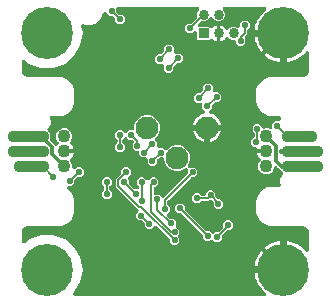
<source format=gbl>
G04 EAGLE Gerber X2 export*
%TF.Part,Single*%
%TF.FileFunction,Copper,L2,Bot,Mixed*%
%TF.FilePolarity,Positive*%
%TF.GenerationSoftware,Autodesk,EAGLE,9.6.2*%
%TF.CreationDate,2022-06-05T05:17:34Z*%
G75*
%MOMM*%
%FSLAX34Y34*%
%LPD*%
%INBottom Copper*%
%AMOC8*
5,1,8,0,0,1.08239X$1,22.5*%
G01*
%ADD10C,0.863600*%
%ADD11R,0.863600X0.863600*%
%ADD12C,1.100000*%
%ADD13C,0.720000*%
%ADD14C,0.558800*%
%ADD15C,4.400000*%
%ADD16C,1.930400*%
%ADD17C,0.304800*%
%ADD18C,0.604000*%
%ADD19C,0.152400*%

G36*
X224147Y2792D02*
X224147Y2792D01*
X224158Y2791D01*
X224321Y2812D01*
X224482Y2831D01*
X224493Y2834D01*
X224504Y2836D01*
X224657Y2893D01*
X224810Y2948D01*
X224820Y2954D01*
X224830Y2958D01*
X224966Y3049D01*
X225103Y3137D01*
X225111Y3145D01*
X225120Y3151D01*
X225232Y3270D01*
X225345Y3388D01*
X225351Y3397D01*
X225359Y3406D01*
X225440Y3547D01*
X225524Y3687D01*
X225528Y3698D01*
X225533Y3707D01*
X225581Y3864D01*
X225630Y4019D01*
X225631Y4030D01*
X225635Y4041D01*
X225645Y4205D01*
X225658Y4366D01*
X225657Y4377D01*
X225658Y4389D01*
X225631Y4550D01*
X225607Y4711D01*
X225603Y4721D01*
X225601Y4732D01*
X225538Y4884D01*
X225478Y5035D01*
X225472Y5044D01*
X225467Y5054D01*
X225372Y5188D01*
X225279Y5321D01*
X225271Y5328D01*
X225264Y5338D01*
X225086Y5505D01*
X223622Y6673D01*
X221673Y8622D01*
X219954Y10777D01*
X218488Y13110D01*
X217292Y15594D01*
X216381Y18196D01*
X215768Y20883D01*
X215647Y21953D01*
X238476Y21953D01*
X238502Y21956D01*
X238528Y21954D01*
X238675Y21976D01*
X238822Y21993D01*
X238847Y22001D01*
X238873Y22005D01*
X239011Y22060D01*
X239150Y22110D01*
X239172Y22124D01*
X239197Y22134D01*
X239318Y22219D01*
X239443Y22299D01*
X239461Y22318D01*
X239483Y22333D01*
X239582Y22443D01*
X239685Y22550D01*
X239699Y22572D01*
X239716Y22592D01*
X239788Y22722D01*
X239864Y22849D01*
X239872Y22874D01*
X239885Y22897D01*
X239925Y23040D01*
X239970Y23181D01*
X239972Y23207D01*
X239979Y23232D01*
X239999Y23476D01*
X239999Y25001D01*
X241524Y25001D01*
X241550Y25004D01*
X241576Y25002D01*
X241723Y25024D01*
X241870Y25041D01*
X241895Y25050D01*
X241921Y25053D01*
X242059Y25108D01*
X242198Y25158D01*
X242220Y25173D01*
X242245Y25182D01*
X242366Y25267D01*
X242491Y25347D01*
X242509Y25366D01*
X242531Y25381D01*
X242630Y25491D01*
X242733Y25598D01*
X242747Y25620D01*
X242764Y25640D01*
X242836Y25770D01*
X242912Y25897D01*
X242920Y25922D01*
X242933Y25945D01*
X242973Y26088D01*
X243018Y26229D01*
X243020Y26255D01*
X243028Y26280D01*
X243047Y26524D01*
X243047Y49353D01*
X244117Y49232D01*
X246804Y48619D01*
X249406Y47708D01*
X251890Y46512D01*
X254223Y45046D01*
X256378Y43327D01*
X258327Y41378D01*
X258809Y40774D01*
X258817Y40767D01*
X258823Y40757D01*
X258940Y40644D01*
X259056Y40529D01*
X259066Y40523D01*
X259074Y40515D01*
X259213Y40432D01*
X259353Y40345D01*
X259363Y40342D01*
X259373Y40336D01*
X259527Y40287D01*
X259683Y40234D01*
X259694Y40233D01*
X259705Y40230D01*
X259867Y40217D01*
X260030Y40201D01*
X260041Y40203D01*
X260052Y40202D01*
X260214Y40226D01*
X260375Y40248D01*
X260386Y40252D01*
X260397Y40254D01*
X260548Y40314D01*
X260701Y40372D01*
X260710Y40378D01*
X260721Y40382D01*
X260854Y40475D01*
X260990Y40566D01*
X260998Y40575D01*
X261007Y40581D01*
X261116Y40702D01*
X261227Y40822D01*
X261233Y40832D01*
X261240Y40840D01*
X261319Y40983D01*
X261400Y41124D01*
X261403Y41135D01*
X261409Y41145D01*
X261453Y41302D01*
X261500Y41458D01*
X261501Y41470D01*
X261504Y41480D01*
X261523Y41724D01*
X261523Y57502D01*
X261523Y57504D01*
X261523Y57506D01*
X261503Y57679D01*
X261483Y57848D01*
X261483Y57850D01*
X261482Y57852D01*
X261407Y58085D01*
X261135Y58742D01*
X261134Y58744D01*
X261133Y58746D01*
X261053Y58890D01*
X260966Y59047D01*
X260964Y59048D01*
X260963Y59050D01*
X260805Y59236D01*
X259236Y60805D01*
X259234Y60806D01*
X259233Y60808D01*
X259094Y60918D01*
X258963Y61021D01*
X258961Y61022D01*
X258960Y61024D01*
X258742Y61135D01*
X256692Y61984D01*
X256594Y62012D01*
X256499Y62049D01*
X256403Y62067D01*
X256357Y62080D01*
X256320Y62082D01*
X256259Y62093D01*
X255149Y62202D01*
X255101Y62201D01*
X255000Y62209D01*
X227456Y62209D01*
X222755Y64157D01*
X219157Y67755D01*
X217209Y72456D01*
X217209Y83723D01*
X217250Y83810D01*
X217309Y83914D01*
X217325Y83967D01*
X217349Y84018D01*
X217374Y84134D01*
X217407Y84248D01*
X217414Y84319D01*
X217422Y84359D01*
X217421Y84404D01*
X217429Y84492D01*
X217443Y85873D01*
X220849Y91636D01*
X225996Y94539D01*
X226065Y94589D01*
X226139Y94630D01*
X226238Y94715D01*
X226278Y94744D01*
X226295Y94763D01*
X226325Y94789D01*
X226448Y94912D01*
X226486Y94921D01*
X226525Y94926D01*
X230004Y94891D01*
X230011Y94891D01*
X230020Y94891D01*
X236279Y94891D01*
X236354Y94899D01*
X236430Y94898D01*
X236526Y94919D01*
X236625Y94931D01*
X236696Y94956D01*
X236770Y94972D01*
X236860Y95015D01*
X236953Y95048D01*
X237017Y95089D01*
X237085Y95122D01*
X237162Y95183D01*
X237246Y95237D01*
X237298Y95292D01*
X237358Y95339D01*
X237419Y95416D01*
X237488Y95488D01*
X237527Y95553D01*
X237574Y95612D01*
X237616Y95702D01*
X237667Y95787D01*
X237690Y95859D01*
X237722Y95928D01*
X237743Y96024D01*
X237773Y96119D01*
X237779Y96194D01*
X237795Y96268D01*
X237793Y96368D01*
X237801Y96466D01*
X237790Y96541D01*
X237788Y96617D01*
X237764Y96713D01*
X237749Y96811D01*
X237721Y96881D01*
X237703Y96955D01*
X237638Y97091D01*
X237620Y97135D01*
X237610Y97150D01*
X237598Y97176D01*
X236909Y98368D01*
X236909Y101632D01*
X238545Y104466D01*
X238578Y104490D01*
X238646Y104528D01*
X238758Y104624D01*
X238796Y104652D01*
X238809Y104667D01*
X238832Y104686D01*
X239426Y105281D01*
X239443Y105302D01*
X239463Y105319D01*
X239551Y105438D01*
X239643Y105554D01*
X239654Y105578D01*
X239670Y105599D01*
X239729Y105735D01*
X239792Y105869D01*
X239798Y105895D01*
X239808Y105919D01*
X239834Y106065D01*
X239865Y106210D01*
X239865Y106236D01*
X239870Y106262D01*
X239862Y106410D01*
X239859Y106558D01*
X239853Y106584D01*
X239852Y106610D01*
X239811Y106752D01*
X239774Y106896D01*
X239762Y106920D01*
X239755Y106945D01*
X239690Y107061D01*
X239678Y107092D01*
X239661Y107117D01*
X239615Y107206D01*
X239598Y107226D01*
X239585Y107249D01*
X239497Y107352D01*
X239479Y107379D01*
X239461Y107394D01*
X239426Y107435D01*
X238221Y108641D01*
X238205Y108678D01*
X238204Y108680D01*
X238204Y108682D01*
X238120Y108832D01*
X238036Y108983D01*
X238035Y108985D01*
X238034Y108986D01*
X237875Y109173D01*
X235839Y111208D01*
X235839Y111209D01*
X234871Y112177D01*
X234792Y112239D01*
X234720Y112309D01*
X234656Y112347D01*
X234598Y112393D01*
X234507Y112436D01*
X234421Y112488D01*
X234350Y112510D01*
X234283Y112542D01*
X234185Y112563D01*
X234089Y112594D01*
X234015Y112600D01*
X233942Y112615D01*
X233842Y112614D01*
X233742Y112622D01*
X233668Y112611D01*
X233594Y112610D01*
X233497Y112585D01*
X233397Y112570D01*
X233328Y112543D01*
X233256Y112525D01*
X233167Y112479D01*
X233073Y112441D01*
X233012Y112399D01*
X232946Y112365D01*
X232870Y112300D01*
X232787Y112242D01*
X232737Y112187D01*
X232681Y112139D01*
X232621Y112058D01*
X232554Y111984D01*
X232518Y111919D01*
X232473Y111859D01*
X232434Y111767D01*
X232385Y111679D01*
X232365Y111607D01*
X232335Y111539D01*
X232318Y111440D01*
X232290Y111343D01*
X232282Y111243D01*
X232274Y111196D01*
X232276Y111160D01*
X232271Y111099D01*
X232271Y110953D01*
X231240Y108465D01*
X229335Y106560D01*
X226847Y105529D01*
X224153Y105529D01*
X221665Y106560D01*
X219760Y108465D01*
X218729Y110953D01*
X218729Y113647D01*
X219760Y116135D01*
X220300Y116675D01*
X220316Y116695D01*
X220336Y116712D01*
X220424Y116832D01*
X220516Y116948D01*
X220527Y116972D01*
X220543Y116993D01*
X220602Y117129D01*
X220665Y117263D01*
X220671Y117289D01*
X220681Y117313D01*
X220707Y117459D01*
X220739Y117604D01*
X220738Y117630D01*
X220743Y117656D01*
X220735Y117804D01*
X220733Y117952D01*
X220726Y117978D01*
X220725Y118004D01*
X220684Y118146D01*
X220648Y118290D01*
X220635Y118314D01*
X220628Y118339D01*
X220556Y118468D01*
X220488Y118600D01*
X220471Y118620D01*
X220458Y118643D01*
X220300Y118829D01*
X219254Y119874D01*
X218374Y121191D01*
X217768Y122655D01*
X217605Y123477D01*
X225500Y123477D01*
X225526Y123480D01*
X225552Y123477D01*
X225699Y123499D01*
X225846Y123516D01*
X225871Y123525D01*
X225897Y123529D01*
X226034Y123584D01*
X226174Y123634D01*
X226196Y123648D01*
X226220Y123658D01*
X226342Y123742D01*
X226467Y123823D01*
X226485Y123842D01*
X226507Y123857D01*
X226606Y123967D01*
X226709Y124074D01*
X226722Y124096D01*
X226740Y124116D01*
X226812Y124246D01*
X226888Y124373D01*
X226896Y124398D01*
X226909Y124421D01*
X226949Y124564D01*
X226994Y124705D01*
X226996Y124731D01*
X227003Y124756D01*
X227023Y125000D01*
X227020Y125026D01*
X227022Y125052D01*
X227000Y125199D01*
X226983Y125346D01*
X226974Y125371D01*
X226970Y125397D01*
X226916Y125535D01*
X226866Y125674D01*
X226851Y125697D01*
X226842Y125721D01*
X226757Y125842D01*
X226677Y125967D01*
X226658Y125986D01*
X226643Y126007D01*
X226533Y126106D01*
X226426Y126209D01*
X226403Y126223D01*
X226384Y126240D01*
X226254Y126312D01*
X226127Y126388D01*
X226102Y126396D01*
X226079Y126409D01*
X225936Y126449D01*
X225795Y126495D01*
X225769Y126497D01*
X225743Y126504D01*
X225500Y126523D01*
X217605Y126523D01*
X217640Y126703D01*
X217641Y126704D01*
X217641Y126705D01*
X217654Y126869D01*
X217669Y127050D01*
X217669Y127051D01*
X217669Y127052D01*
X217647Y127198D01*
X217618Y127395D01*
X217617Y127396D01*
X217617Y127397D01*
X217553Y127558D01*
X217489Y127719D01*
X217489Y127720D01*
X217488Y127721D01*
X217395Y127855D01*
X217291Y128005D01*
X217290Y128006D01*
X217289Y128007D01*
X217171Y128114D01*
X217032Y128239D01*
X217031Y128240D01*
X216880Y128324D01*
X216728Y128408D01*
X216727Y128408D01*
X216726Y128409D01*
X216553Y128458D01*
X216392Y128503D01*
X216391Y128503D01*
X216390Y128504D01*
X216146Y128523D01*
X215232Y128523D01*
X212851Y130904D01*
X212851Y134272D01*
X215453Y136874D01*
X215532Y136973D01*
X215616Y137066D01*
X215640Y137109D01*
X215670Y137147D01*
X215724Y137261D01*
X215785Y137371D01*
X215798Y137418D01*
X215819Y137462D01*
X215845Y137585D01*
X215880Y137707D01*
X215885Y137768D01*
X215892Y137802D01*
X215891Y137850D01*
X215899Y137951D01*
X215899Y139417D01*
X215885Y139543D01*
X215878Y139669D01*
X215865Y139716D01*
X215859Y139764D01*
X215817Y139883D01*
X215782Y140004D01*
X215758Y140046D01*
X215742Y140092D01*
X215673Y140198D01*
X215612Y140308D01*
X215572Y140355D01*
X215553Y140385D01*
X215518Y140418D01*
X215453Y140494D01*
X213867Y142080D01*
X213867Y145448D01*
X216248Y147829D01*
X219616Y147829D01*
X222093Y145351D01*
X222134Y145226D01*
X222146Y145206D01*
X222154Y145183D01*
X222236Y145056D01*
X222313Y144928D01*
X222330Y144910D01*
X222343Y144890D01*
X222452Y144785D01*
X222556Y144678D01*
X222576Y144665D01*
X222594Y144648D01*
X222723Y144571D01*
X222849Y144489D01*
X222872Y144481D01*
X222893Y144469D01*
X223036Y144423D01*
X223178Y144373D01*
X223202Y144370D01*
X223225Y144363D01*
X223375Y144351D01*
X223524Y144334D01*
X223548Y144337D01*
X223572Y144335D01*
X223721Y144357D01*
X223870Y144375D01*
X223898Y144384D01*
X223917Y144387D01*
X223961Y144404D01*
X224103Y144450D01*
X224153Y144471D01*
X226847Y144471D01*
X228525Y143776D01*
X228670Y143734D01*
X228813Y143688D01*
X228837Y143687D01*
X228860Y143680D01*
X229011Y143673D01*
X229160Y143660D01*
X229184Y143664D01*
X229208Y143663D01*
X229356Y143690D01*
X229505Y143712D01*
X229527Y143721D01*
X229551Y143725D01*
X229689Y143785D01*
X229829Y143841D01*
X229849Y143855D01*
X229871Y143864D01*
X229992Y143954D01*
X230115Y144040D01*
X230131Y144058D01*
X230151Y144072D01*
X230248Y144187D01*
X230348Y144299D01*
X230360Y144320D01*
X230376Y144338D01*
X230444Y144472D01*
X230517Y144604D01*
X230523Y144627D01*
X230534Y144648D01*
X230571Y144794D01*
X230612Y144939D01*
X230614Y144968D01*
X230619Y144987D01*
X230619Y145034D01*
X230631Y145183D01*
X230631Y147988D01*
X233012Y150369D01*
X235386Y150369D01*
X235412Y150372D01*
X235438Y150370D01*
X235585Y150392D01*
X235732Y150409D01*
X235757Y150417D01*
X235783Y150421D01*
X235921Y150476D01*
X236060Y150526D01*
X236082Y150540D01*
X236107Y150550D01*
X236228Y150635D01*
X236353Y150715D01*
X236371Y150734D01*
X236393Y150749D01*
X236492Y150859D01*
X236595Y150966D01*
X236609Y150988D01*
X236626Y151008D01*
X236698Y151138D01*
X236774Y151265D01*
X236782Y151290D01*
X236795Y151313D01*
X236835Y151456D01*
X236870Y151564D01*
X237598Y152824D01*
X237628Y152894D01*
X237667Y152959D01*
X237697Y153053D01*
X237736Y153144D01*
X237750Y153219D01*
X237773Y153291D01*
X237781Y153390D01*
X237799Y153487D01*
X237795Y153563D01*
X237801Y153638D01*
X237786Y153736D01*
X237781Y153835D01*
X237760Y153908D01*
X237749Y153983D01*
X237713Y154075D01*
X237685Y154170D01*
X237648Y154236D01*
X237620Y154307D01*
X237564Y154388D01*
X237516Y154475D01*
X237465Y154531D01*
X237422Y154593D01*
X237348Y154659D01*
X237281Y154733D01*
X237219Y154776D01*
X237163Y154826D01*
X237076Y154874D01*
X236995Y154931D01*
X236924Y154958D01*
X236858Y154995D01*
X236762Y155022D01*
X236670Y155058D01*
X236595Y155069D01*
X236522Y155090D01*
X236372Y155102D01*
X236325Y155109D01*
X236307Y155107D01*
X236279Y155109D01*
X230020Y155109D01*
X230014Y155109D01*
X230004Y155109D01*
X226519Y155074D01*
X226463Y155090D01*
X226445Y155091D01*
X226325Y155211D01*
X226259Y155264D01*
X226199Y155324D01*
X226091Y155397D01*
X226052Y155428D01*
X226029Y155439D01*
X225996Y155461D01*
X220849Y158364D01*
X217443Y164127D01*
X217429Y165508D01*
X217414Y165626D01*
X217408Y165745D01*
X217393Y165799D01*
X217386Y165854D01*
X217345Y165966D01*
X217312Y166080D01*
X217285Y166129D01*
X217265Y166181D01*
X217209Y166266D01*
X217209Y177544D01*
X219157Y182245D01*
X222755Y185843D01*
X227456Y187791D01*
X255000Y187791D01*
X255048Y187796D01*
X255149Y187798D01*
X256259Y187907D01*
X256358Y187929D01*
X256459Y187941D01*
X256552Y187971D01*
X256599Y187981D01*
X256632Y187997D01*
X256692Y188016D01*
X258742Y188865D01*
X258744Y188866D01*
X258746Y188867D01*
X258894Y188949D01*
X259047Y189034D01*
X259048Y189036D01*
X259050Y189037D01*
X259236Y189195D01*
X260805Y190764D01*
X260806Y190765D01*
X260808Y190767D01*
X260915Y190903D01*
X261021Y191037D01*
X261022Y191039D01*
X261024Y191040D01*
X261135Y191258D01*
X261407Y191915D01*
X261408Y191917D01*
X261409Y191919D01*
X261456Y192086D01*
X261503Y192250D01*
X261503Y192252D01*
X261504Y192254D01*
X261523Y192498D01*
X261523Y208276D01*
X261522Y208287D01*
X261523Y208298D01*
X261502Y208460D01*
X261483Y208622D01*
X261480Y208633D01*
X261478Y208644D01*
X261421Y208797D01*
X261366Y208950D01*
X261360Y208960D01*
X261356Y208970D01*
X261265Y209106D01*
X261177Y209243D01*
X261169Y209251D01*
X261163Y209260D01*
X261044Y209371D01*
X260926Y209485D01*
X260917Y209491D01*
X260908Y209499D01*
X260767Y209580D01*
X260627Y209664D01*
X260617Y209667D01*
X260607Y209673D01*
X260449Y209721D01*
X260295Y209770D01*
X260284Y209771D01*
X260273Y209774D01*
X260109Y209785D01*
X259948Y209798D01*
X259937Y209797D01*
X259925Y209797D01*
X259764Y209771D01*
X259603Y209746D01*
X259593Y209742D01*
X259582Y209740D01*
X259431Y209678D01*
X259279Y209618D01*
X259270Y209611D01*
X259260Y209607D01*
X259126Y209511D01*
X258993Y209419D01*
X258986Y209411D01*
X258976Y209404D01*
X258809Y209226D01*
X258327Y208622D01*
X256378Y206673D01*
X254223Y204954D01*
X251890Y203488D01*
X249406Y202292D01*
X246804Y201381D01*
X244117Y200768D01*
X243047Y200647D01*
X243047Y223476D01*
X243044Y223502D01*
X243046Y223528D01*
X243024Y223675D01*
X243007Y223822D01*
X242999Y223847D01*
X242995Y223873D01*
X242940Y224011D01*
X242890Y224150D01*
X242876Y224172D01*
X242866Y224197D01*
X242781Y224318D01*
X242701Y224443D01*
X242682Y224461D01*
X242667Y224483D01*
X242557Y224582D01*
X242450Y224685D01*
X242428Y224699D01*
X242408Y224716D01*
X242278Y224788D01*
X242151Y224864D01*
X242126Y224872D01*
X242103Y224885D01*
X241960Y224925D01*
X241819Y224970D01*
X241793Y224972D01*
X241768Y224979D01*
X241524Y224999D01*
X239999Y224999D01*
X239999Y226524D01*
X239996Y226550D01*
X239998Y226576D01*
X239976Y226723D01*
X239959Y226870D01*
X239950Y226895D01*
X239947Y226921D01*
X239892Y227059D01*
X239842Y227198D01*
X239827Y227220D01*
X239818Y227245D01*
X239733Y227366D01*
X239653Y227491D01*
X239634Y227509D01*
X239619Y227531D01*
X239509Y227630D01*
X239402Y227733D01*
X239380Y227747D01*
X239360Y227764D01*
X239230Y227836D01*
X239103Y227912D01*
X239078Y227920D01*
X239055Y227933D01*
X238912Y227973D01*
X238771Y228018D01*
X238745Y228020D01*
X238720Y228028D01*
X238476Y228047D01*
X215647Y228047D01*
X215768Y229117D01*
X216381Y231804D01*
X217292Y234406D01*
X218488Y236890D01*
X219954Y239223D01*
X221673Y241378D01*
X223622Y243327D01*
X225086Y244495D01*
X225094Y244503D01*
X225103Y244509D01*
X225216Y244626D01*
X225332Y244742D01*
X225338Y244752D01*
X225345Y244760D01*
X225429Y244899D01*
X225515Y245039D01*
X225519Y245049D01*
X225524Y245059D01*
X225574Y245213D01*
X225626Y245369D01*
X225627Y245380D01*
X225630Y245391D01*
X225643Y245553D01*
X225659Y245716D01*
X225658Y245727D01*
X225658Y245738D01*
X225634Y245900D01*
X225612Y246061D01*
X225608Y246072D01*
X225607Y246083D01*
X225546Y246234D01*
X225488Y246387D01*
X225482Y246396D01*
X225478Y246407D01*
X225385Y246540D01*
X225294Y246676D01*
X225285Y246684D01*
X225279Y246693D01*
X225158Y246802D01*
X225038Y246913D01*
X225029Y246919D01*
X225020Y246926D01*
X224877Y247005D01*
X224736Y247086D01*
X224725Y247089D01*
X224715Y247095D01*
X224558Y247139D01*
X224402Y247186D01*
X224391Y247187D01*
X224380Y247190D01*
X224136Y247209D01*
X190136Y247209D01*
X190036Y247198D01*
X189936Y247196D01*
X189864Y247178D01*
X189790Y247169D01*
X189695Y247135D01*
X189598Y247111D01*
X189532Y247077D01*
X189462Y247052D01*
X189377Y246997D01*
X189288Y246951D01*
X189231Y246903D01*
X189169Y246863D01*
X189099Y246791D01*
X189022Y246726D01*
X188978Y246666D01*
X188927Y246612D01*
X188875Y246526D01*
X188815Y246445D01*
X188786Y246377D01*
X188748Y246313D01*
X188717Y246217D01*
X188677Y246125D01*
X188664Y246052D01*
X188641Y245981D01*
X188633Y245881D01*
X188616Y245782D01*
X188619Y245708D01*
X188613Y245634D01*
X188628Y245534D01*
X188634Y245434D01*
X188654Y245363D01*
X188665Y245289D01*
X188702Y245196D01*
X188730Y245099D01*
X188766Y245034D01*
X188794Y244965D01*
X188851Y244883D01*
X188900Y244795D01*
X188965Y244719D01*
X188993Y244679D01*
X189019Y244655D01*
X189059Y244609D01*
X189876Y243792D01*
X190727Y241738D01*
X190727Y239514D01*
X189876Y237460D01*
X188304Y235888D01*
X186250Y235037D01*
X184026Y235037D01*
X181972Y235888D01*
X180400Y237460D01*
X180195Y237955D01*
X180158Y238021D01*
X180130Y238092D01*
X180116Y238112D01*
X180107Y238135D01*
X180062Y238194D01*
X180026Y238259D01*
X179974Y238317D01*
X179931Y238378D01*
X179914Y238394D01*
X179899Y238414D01*
X179842Y238462D01*
X179792Y238517D01*
X179727Y238562D01*
X179672Y238612D01*
X179652Y238623D01*
X179633Y238639D01*
X179567Y238673D01*
X179505Y238716D01*
X179431Y238745D01*
X179367Y238780D01*
X179346Y238786D01*
X179322Y238798D01*
X179250Y238816D01*
X179181Y238843D01*
X179102Y238855D01*
X179032Y238875D01*
X179006Y238877D01*
X178984Y238882D01*
X178929Y238883D01*
X178891Y238886D01*
X178836Y238894D01*
X178814Y238892D01*
X178788Y238894D01*
X178716Y238886D01*
X178636Y238887D01*
X178563Y238872D01*
X178489Y238865D01*
X178463Y238857D01*
X178442Y238855D01*
X178373Y238830D01*
X178295Y238813D01*
X178228Y238781D01*
X178157Y238758D01*
X178135Y238745D01*
X178113Y238737D01*
X178052Y238697D01*
X177980Y238663D01*
X177922Y238617D01*
X177859Y238579D01*
X177840Y238561D01*
X177821Y238548D01*
X177769Y238495D01*
X177708Y238446D01*
X177662Y238388D01*
X177609Y238336D01*
X177595Y238315D01*
X177578Y238297D01*
X177540Y238233D01*
X177492Y238172D01*
X177446Y238083D01*
X177420Y238043D01*
X177412Y238019D01*
X177400Y237998D01*
X177394Y237980D01*
X177381Y237955D01*
X177176Y237460D01*
X175604Y235888D01*
X173550Y235037D01*
X171326Y235037D01*
X171216Y235083D01*
X171142Y235104D01*
X171072Y235134D01*
X170975Y235152D01*
X170881Y235179D01*
X170804Y235182D01*
X170729Y235196D01*
X170631Y235191D01*
X170533Y235196D01*
X170457Y235182D01*
X170381Y235178D01*
X170286Y235151D01*
X170190Y235133D01*
X170120Y235103D01*
X170046Y235082D01*
X169960Y235034D01*
X169870Y234994D01*
X169809Y234949D01*
X169742Y234911D01*
X169628Y234815D01*
X169590Y234786D01*
X169578Y234772D01*
X169556Y234753D01*
X167870Y233067D01*
X167807Y232989D01*
X167738Y232916D01*
X167699Y232852D01*
X167653Y232794D01*
X167610Y232703D01*
X167559Y232617D01*
X167536Y232546D01*
X167504Y232479D01*
X167483Y232381D01*
X167453Y232285D01*
X167447Y232211D01*
X167431Y232138D01*
X167433Y232038D01*
X167425Y231938D01*
X167436Y231864D01*
X167437Y231790D01*
X167461Y231693D01*
X167476Y231593D01*
X167504Y231524D01*
X167522Y231452D01*
X167568Y231362D01*
X167605Y231269D01*
X167647Y231208D01*
X167681Y231142D01*
X167747Y231065D01*
X167804Y230983D01*
X167859Y230933D01*
X167907Y230877D01*
X167988Y230817D01*
X168063Y230750D01*
X168128Y230714D01*
X168188Y230669D01*
X168280Y230630D01*
X168368Y230581D01*
X168439Y230561D01*
X168508Y230531D01*
X168606Y230514D01*
X168703Y230486D01*
X168803Y230478D01*
X168851Y230470D01*
X168886Y230472D01*
X168947Y230467D01*
X177282Y230467D01*
X178078Y229671D01*
X178098Y229655D01*
X178115Y229635D01*
X178234Y229547D01*
X178351Y229455D01*
X178374Y229444D01*
X178395Y229428D01*
X178532Y229369D01*
X178666Y229306D01*
X178691Y229300D01*
X178715Y229290D01*
X178862Y229264D01*
X179006Y229233D01*
X179033Y229233D01*
X179058Y229228D01*
X179207Y229236D01*
X179355Y229239D01*
X179380Y229245D01*
X179407Y229246D01*
X179549Y229287D01*
X179693Y229324D01*
X179716Y229336D01*
X179741Y229343D01*
X179871Y229415D01*
X180003Y229483D01*
X180023Y229500D01*
X180046Y229513D01*
X180232Y229672D01*
X180766Y230205D01*
X181889Y230956D01*
X183137Y231473D01*
X183615Y231568D01*
X183615Y224878D01*
X183615Y218188D01*
X183137Y218283D01*
X181889Y218800D01*
X180766Y219551D01*
X180232Y220084D01*
X180211Y220101D01*
X180194Y220121D01*
X180075Y220209D01*
X179959Y220301D01*
X179935Y220312D01*
X179914Y220328D01*
X179778Y220386D01*
X179644Y220450D01*
X179618Y220456D01*
X179594Y220466D01*
X179448Y220492D01*
X179303Y220523D01*
X179277Y220523D01*
X179251Y220528D01*
X179102Y220520D01*
X178955Y220517D01*
X178929Y220511D01*
X178903Y220510D01*
X178760Y220469D01*
X178617Y220432D01*
X178593Y220420D01*
X178568Y220413D01*
X178439Y220341D01*
X178307Y220273D01*
X178287Y220256D01*
X178264Y220243D01*
X178078Y220085D01*
X177282Y219289D01*
X167594Y219289D01*
X166849Y220034D01*
X166849Y225495D01*
X166838Y225595D01*
X166836Y225696D01*
X166818Y225768D01*
X166809Y225842D01*
X166776Y225936D01*
X166751Y226034D01*
X166717Y226100D01*
X166692Y226170D01*
X166637Y226254D01*
X166591Y226343D01*
X166543Y226400D01*
X166503Y226463D01*
X166431Y226532D01*
X166366Y226609D01*
X166306Y226653D01*
X166252Y226705D01*
X166166Y226756D01*
X166085Y226816D01*
X166017Y226845D01*
X165953Y226884D01*
X165857Y226914D01*
X165765Y226954D01*
X165692Y226967D01*
X165621Y226990D01*
X165521Y226998D01*
X165422Y227016D01*
X165348Y227012D01*
X165274Y227018D01*
X165174Y227003D01*
X165074Y226998D01*
X165003Y226977D01*
X164929Y226966D01*
X164836Y226929D01*
X164739Y226901D01*
X164674Y226865D01*
X164605Y226837D01*
X164523Y226780D01*
X164435Y226731D01*
X164359Y226666D01*
X164319Y226638D01*
X164295Y226612D01*
X164249Y226573D01*
X162720Y225043D01*
X159352Y225043D01*
X156971Y227424D01*
X156971Y230792D01*
X159352Y233173D01*
X161595Y233173D01*
X161721Y233187D01*
X161847Y233194D01*
X161893Y233207D01*
X161941Y233213D01*
X162060Y233255D01*
X162182Y233290D01*
X162224Y233314D01*
X162269Y233330D01*
X162376Y233399D01*
X162486Y233460D01*
X162532Y233500D01*
X162562Y233519D01*
X162596Y233554D01*
X162672Y233619D01*
X166633Y237580D01*
X166680Y237639D01*
X166735Y237693D01*
X166788Y237776D01*
X166849Y237853D01*
X166882Y237922D01*
X166923Y237986D01*
X166956Y238079D01*
X166998Y238168D01*
X167014Y238242D01*
X167040Y238314D01*
X167051Y238412D01*
X167072Y238508D01*
X167070Y238585D01*
X167079Y238661D01*
X167067Y238759D01*
X167066Y238857D01*
X167047Y238931D01*
X167038Y239007D01*
X166992Y239149D01*
X166981Y239195D01*
X166972Y239212D01*
X166963Y239240D01*
X166849Y239514D01*
X166849Y241738D01*
X167700Y243792D01*
X168517Y244609D01*
X168580Y244688D01*
X168649Y244760D01*
X168688Y244824D01*
X168734Y244882D01*
X168777Y244973D01*
X168828Y245059D01*
X168851Y245130D01*
X168883Y245197D01*
X168904Y245295D01*
X168935Y245391D01*
X168941Y245465D01*
X168956Y245538D01*
X168954Y245638D01*
X168963Y245738D01*
X168951Y245812D01*
X168950Y245886D01*
X168926Y245983D01*
X168911Y246083D01*
X168883Y246152D01*
X168865Y246224D01*
X168819Y246313D01*
X168782Y246407D01*
X168740Y246468D01*
X168706Y246534D01*
X168640Y246610D01*
X168583Y246693D01*
X168528Y246743D01*
X168480Y246799D01*
X168399Y246859D01*
X168324Y246926D01*
X168259Y246962D01*
X168199Y247007D01*
X168107Y247046D01*
X168019Y247095D01*
X167948Y247115D01*
X167879Y247145D01*
X167781Y247162D01*
X167684Y247190D01*
X167584Y247198D01*
X167536Y247206D01*
X167501Y247204D01*
X167440Y247209D01*
X100076Y247209D01*
X100050Y247206D01*
X100024Y247208D01*
X99877Y247186D01*
X99730Y247169D01*
X99705Y247161D01*
X99679Y247157D01*
X99541Y247102D01*
X99402Y247052D01*
X99380Y247038D01*
X99355Y247028D01*
X99234Y246943D01*
X99109Y246863D01*
X99091Y246844D01*
X99069Y246829D01*
X98970Y246719D01*
X98867Y246612D01*
X98853Y246590D01*
X98836Y246570D01*
X98764Y246440D01*
X98688Y246313D01*
X98680Y246288D01*
X98667Y246265D01*
X98627Y246122D01*
X98582Y245981D01*
X98580Y245955D01*
X98572Y245930D01*
X98553Y245686D01*
X98553Y243281D01*
X98567Y243155D01*
X98574Y243029D01*
X98587Y242983D01*
X98593Y242935D01*
X98635Y242816D01*
X98670Y242694D01*
X98694Y242652D01*
X98710Y242607D01*
X98779Y242500D01*
X98840Y242390D01*
X98880Y242344D01*
X98899Y242314D01*
X98934Y242280D01*
X98999Y242204D01*
X99964Y241239D01*
X100063Y241160D01*
X100157Y241076D01*
X100199Y241052D01*
X100237Y241022D01*
X100351Y240968D01*
X100462Y240907D01*
X100508Y240894D01*
X100552Y240873D01*
X100675Y240847D01*
X100797Y240812D01*
X100858Y240807D01*
X100893Y240800D01*
X100941Y240801D01*
X101041Y240793D01*
X103284Y240793D01*
X105665Y238412D01*
X105665Y235044D01*
X103284Y232663D01*
X99916Y232663D01*
X97535Y235044D01*
X97535Y237287D01*
X97521Y237413D01*
X97514Y237539D01*
X97501Y237585D01*
X97495Y237633D01*
X97453Y237752D01*
X97418Y237874D01*
X97394Y237916D01*
X97378Y237961D01*
X97309Y238068D01*
X97248Y238178D01*
X97208Y238224D01*
X97189Y238254D01*
X97154Y238288D01*
X97089Y238364D01*
X96124Y239329D01*
X96025Y239408D01*
X95931Y239492D01*
X95889Y239516D01*
X95851Y239546D01*
X95737Y239600D01*
X95626Y239661D01*
X95580Y239674D01*
X95536Y239695D01*
X95413Y239721D01*
X95291Y239756D01*
X95230Y239761D01*
X95195Y239768D01*
X95147Y239767D01*
X95047Y239775D01*
X92804Y239775D01*
X90086Y242494D01*
X89969Y242587D01*
X89854Y242684D01*
X89832Y242695D01*
X89813Y242710D01*
X89677Y242774D01*
X89543Y242843D01*
X89520Y242849D01*
X89498Y242859D01*
X89351Y242891D01*
X89205Y242927D01*
X89181Y242927D01*
X89157Y242932D01*
X89007Y242930D01*
X88857Y242932D01*
X88833Y242927D01*
X88809Y242926D01*
X88663Y242890D01*
X88516Y242858D01*
X88494Y242847D01*
X88471Y242841D01*
X88337Y242773D01*
X88201Y242708D01*
X88182Y242693D01*
X88161Y242682D01*
X88046Y242584D01*
X87929Y242491D01*
X87914Y242472D01*
X87896Y242456D01*
X87806Y242335D01*
X87713Y242217D01*
X87700Y242191D01*
X87688Y242176D01*
X87670Y242132D01*
X87602Y241999D01*
X85843Y237755D01*
X82245Y234157D01*
X77544Y232209D01*
X72456Y232209D01*
X70976Y232822D01*
X70871Y232852D01*
X70769Y232891D01*
X70704Y232900D01*
X70641Y232918D01*
X70532Y232923D01*
X70424Y232938D01*
X70358Y232932D01*
X70293Y232935D01*
X70185Y232915D01*
X70077Y232905D01*
X70015Y232884D01*
X69950Y232872D01*
X69850Y232829D01*
X69747Y232794D01*
X69691Y232760D01*
X69630Y232734D01*
X69543Y232669D01*
X69450Y232611D01*
X69403Y232565D01*
X69350Y232526D01*
X69280Y232442D01*
X69203Y232366D01*
X69168Y232310D01*
X69125Y232260D01*
X69076Y232163D01*
X69018Y232070D01*
X68996Y232008D01*
X68966Y231949D01*
X68940Y231844D01*
X68905Y231741D01*
X68898Y231675D01*
X68882Y231611D01*
X68881Y231502D01*
X68870Y231394D01*
X68878Y231308D01*
X68877Y231263D01*
X68886Y231223D01*
X68893Y231151D01*
X69977Y225000D01*
X68169Y214747D01*
X62964Y205731D01*
X54989Y199039D01*
X45206Y195478D01*
X34794Y195478D01*
X25011Y199039D01*
X20979Y202422D01*
X20951Y202441D01*
X20926Y202465D01*
X20805Y202537D01*
X20688Y202614D01*
X20656Y202626D01*
X20627Y202644D01*
X20493Y202687D01*
X20361Y202735D01*
X20328Y202740D01*
X20295Y202750D01*
X20155Y202761D01*
X20016Y202779D01*
X19982Y202775D01*
X19948Y202778D01*
X19809Y202757D01*
X19669Y202742D01*
X19637Y202731D01*
X19603Y202726D01*
X19472Y202674D01*
X19340Y202628D01*
X19311Y202610D01*
X19279Y202597D01*
X19164Y202517D01*
X19045Y202442D01*
X19021Y202418D01*
X18993Y202399D01*
X18899Y202294D01*
X18800Y202194D01*
X18782Y202165D01*
X18760Y202140D01*
X18692Y202017D01*
X18618Y201897D01*
X18608Y201865D01*
X18591Y201835D01*
X18553Y201699D01*
X18509Y201566D01*
X18506Y201532D01*
X18496Y201499D01*
X18477Y201256D01*
X18477Y192498D01*
X18477Y192496D01*
X18477Y192494D01*
X18497Y192323D01*
X18517Y192152D01*
X18517Y192150D01*
X18518Y192148D01*
X18593Y191915D01*
X18865Y191258D01*
X18866Y191256D01*
X18867Y191254D01*
X18950Y191104D01*
X19034Y190953D01*
X19036Y190952D01*
X19037Y190950D01*
X19195Y190764D01*
X20764Y189195D01*
X20766Y189194D01*
X20767Y189192D01*
X20906Y189082D01*
X21037Y188979D01*
X21039Y188978D01*
X21040Y188976D01*
X21258Y188865D01*
X23308Y188016D01*
X23406Y187988D01*
X23501Y187951D01*
X23597Y187933D01*
X23643Y187920D01*
X23680Y187918D01*
X23741Y187907D01*
X24851Y187798D01*
X24899Y187799D01*
X25000Y187791D01*
X52544Y187791D01*
X57245Y185843D01*
X60843Y182245D01*
X62791Y177544D01*
X62791Y166277D01*
X62750Y166190D01*
X62691Y166086D01*
X62675Y166033D01*
X62651Y165982D01*
X62626Y165866D01*
X62593Y165752D01*
X62586Y165681D01*
X62578Y165641D01*
X62579Y165596D01*
X62571Y165508D01*
X62565Y164989D01*
X60618Y160418D01*
X57068Y156940D01*
X54571Y155934D01*
X54562Y155930D01*
X54553Y155927D01*
X54410Y155847D01*
X54264Y155768D01*
X54257Y155762D01*
X54248Y155757D01*
X54062Y155598D01*
X53573Y155109D01*
X52815Y155109D01*
X52649Y155090D01*
X52584Y155083D01*
X49995Y155109D01*
X49988Y155109D01*
X49979Y155109D01*
X43721Y155109D01*
X43646Y155101D01*
X43570Y155102D01*
X43474Y155081D01*
X43375Y155069D01*
X43304Y155044D01*
X43230Y155028D01*
X43140Y154985D01*
X43047Y154952D01*
X42983Y154911D01*
X42915Y154878D01*
X42838Y154817D01*
X42754Y154763D01*
X42702Y154708D01*
X42642Y154661D01*
X42581Y154584D01*
X42512Y154512D01*
X42473Y154447D01*
X42426Y154388D01*
X42384Y154298D01*
X42333Y154213D01*
X42310Y154141D01*
X42278Y154072D01*
X42257Y153976D01*
X42227Y153881D01*
X42221Y153806D01*
X42205Y153732D01*
X42207Y153632D01*
X42199Y153534D01*
X42210Y153459D01*
X42212Y153383D01*
X42236Y153287D01*
X42251Y153189D01*
X42279Y153119D01*
X42297Y153045D01*
X42362Y152909D01*
X42380Y152865D01*
X42390Y152850D01*
X42402Y152824D01*
X43091Y151632D01*
X43091Y148368D01*
X41455Y145534D01*
X41422Y145510D01*
X41354Y145472D01*
X41242Y145376D01*
X41204Y145348D01*
X41191Y145333D01*
X41168Y145314D01*
X40574Y144719D01*
X40557Y144698D01*
X40537Y144681D01*
X40449Y144562D01*
X40357Y144446D01*
X40346Y144422D01*
X40330Y144401D01*
X40271Y144265D01*
X40208Y144131D01*
X40202Y144105D01*
X40192Y144081D01*
X40166Y143935D01*
X40135Y143790D01*
X40135Y143764D01*
X40130Y143738D01*
X40138Y143590D01*
X40141Y143442D01*
X40147Y143416D01*
X40148Y143390D01*
X40190Y143247D01*
X40226Y143104D01*
X40238Y143080D01*
X40245Y143055D01*
X40317Y142926D01*
X40385Y142794D01*
X40402Y142774D01*
X40415Y142751D01*
X40574Y142565D01*
X41779Y141359D01*
X42521Y139569D01*
X42521Y135831D01*
X42381Y135494D01*
X42360Y135420D01*
X42330Y135350D01*
X42312Y135253D01*
X42285Y135159D01*
X42282Y135082D01*
X42268Y135007D01*
X42273Y134909D01*
X42268Y134811D01*
X42282Y134735D01*
X42286Y134659D01*
X42313Y134565D01*
X42331Y134468D01*
X42361Y134398D01*
X42383Y134324D01*
X42431Y134238D01*
X42470Y134148D01*
X42515Y134087D01*
X42553Y134020D01*
X42649Y133906D01*
X42678Y133868D01*
X42692Y133856D01*
X42711Y133834D01*
X46260Y130285D01*
X46280Y130269D01*
X46297Y130249D01*
X46417Y130161D01*
X46533Y130069D01*
X46556Y130057D01*
X46577Y130042D01*
X46714Y129983D01*
X46848Y129920D01*
X46873Y129914D01*
X46898Y129904D01*
X47044Y129877D01*
X47188Y129846D01*
X47215Y129847D01*
X47241Y129842D01*
X47389Y129850D01*
X47537Y129852D01*
X47562Y129859D01*
X47589Y129860D01*
X47731Y129901D01*
X47875Y129937D01*
X47898Y129949D01*
X47923Y129957D01*
X48053Y130029D01*
X48185Y130097D01*
X48205Y130114D01*
X48228Y130127D01*
X48414Y130285D01*
X49300Y131171D01*
X49316Y131191D01*
X49336Y131208D01*
X49424Y131328D01*
X49516Y131444D01*
X49527Y131468D01*
X49543Y131489D01*
X49602Y131625D01*
X49665Y131759D01*
X49671Y131785D01*
X49681Y131809D01*
X49707Y131955D01*
X49739Y132100D01*
X49738Y132126D01*
X49743Y132152D01*
X49735Y132300D01*
X49733Y132448D01*
X49726Y132474D01*
X49725Y132500D01*
X49684Y132642D01*
X49648Y132786D01*
X49636Y132810D01*
X49628Y132835D01*
X49556Y132964D01*
X49552Y132973D01*
X49545Y132988D01*
X49539Y132998D01*
X49488Y133096D01*
X49471Y133116D01*
X49458Y133139D01*
X49361Y133253D01*
X49347Y133274D01*
X49332Y133287D01*
X49300Y133325D01*
X48760Y133865D01*
X47729Y136353D01*
X47729Y139047D01*
X48760Y141535D01*
X50665Y143440D01*
X53153Y144471D01*
X55847Y144471D01*
X58335Y143440D01*
X60240Y141535D01*
X61271Y139047D01*
X61271Y136353D01*
X60240Y133865D01*
X59700Y133325D01*
X59684Y133305D01*
X59664Y133288D01*
X59618Y133225D01*
X59587Y133193D01*
X59561Y133149D01*
X59484Y133052D01*
X59473Y133028D01*
X59457Y133007D01*
X59398Y132871D01*
X59335Y132737D01*
X59329Y132711D01*
X59319Y132687D01*
X59293Y132541D01*
X59261Y132396D01*
X59262Y132370D01*
X59257Y132344D01*
X59265Y132196D01*
X59267Y132048D01*
X59274Y132022D01*
X59275Y131996D01*
X59316Y131854D01*
X59352Y131710D01*
X59365Y131686D01*
X59372Y131661D01*
X59444Y131532D01*
X59512Y131400D01*
X59529Y131380D01*
X59542Y131357D01*
X59700Y131171D01*
X60746Y130126D01*
X61626Y128809D01*
X62232Y127345D01*
X62395Y126523D01*
X54500Y126523D01*
X54474Y126520D01*
X54448Y126522D01*
X54301Y126500D01*
X54154Y126484D01*
X54129Y126475D01*
X54103Y126471D01*
X53966Y126416D01*
X53826Y126366D01*
X53804Y126352D01*
X53780Y126342D01*
X53658Y126258D01*
X53533Y126177D01*
X53515Y126158D01*
X53493Y126143D01*
X53394Y126033D01*
X53291Y125926D01*
X53278Y125904D01*
X53260Y125884D01*
X53188Y125754D01*
X53112Y125627D01*
X53104Y125602D01*
X53091Y125579D01*
X53051Y125436D01*
X53006Y125295D01*
X53004Y125269D01*
X52997Y125244D01*
X52977Y125000D01*
X52980Y124974D01*
X52978Y124948D01*
X53000Y124801D01*
X53017Y124654D01*
X53026Y124629D01*
X53030Y124603D01*
X53084Y124465D01*
X53134Y124326D01*
X53149Y124303D01*
X53158Y124279D01*
X53243Y124158D01*
X53323Y124033D01*
X53342Y124014D01*
X53357Y123993D01*
X53467Y123894D01*
X53574Y123791D01*
X53597Y123777D01*
X53616Y123759D01*
X53746Y123688D01*
X53873Y123612D01*
X53898Y123604D01*
X53921Y123591D01*
X54064Y123551D01*
X54205Y123505D01*
X54231Y123503D01*
X54257Y123496D01*
X54500Y123477D01*
X62395Y123477D01*
X62385Y123423D01*
X62232Y122655D01*
X61626Y121191D01*
X60746Y119874D01*
X59700Y118829D01*
X59684Y118809D01*
X59664Y118792D01*
X59576Y118673D01*
X59484Y118556D01*
X59473Y118532D01*
X59457Y118511D01*
X59398Y118375D01*
X59335Y118241D01*
X59329Y118215D01*
X59319Y118191D01*
X59293Y118045D01*
X59261Y117900D01*
X59262Y117874D01*
X59257Y117848D01*
X59265Y117700D01*
X59267Y117552D01*
X59274Y117526D01*
X59275Y117500D01*
X59316Y117357D01*
X59352Y117214D01*
X59364Y117191D01*
X59372Y117165D01*
X59444Y117036D01*
X59512Y116904D01*
X59529Y116884D01*
X59542Y116861D01*
X59700Y116675D01*
X60240Y116135D01*
X61271Y113647D01*
X61271Y111337D01*
X61282Y111237D01*
X61284Y111136D01*
X61302Y111064D01*
X61311Y110990D01*
X61344Y110896D01*
X61369Y110798D01*
X61403Y110732D01*
X61428Y110662D01*
X61483Y110578D01*
X61529Y110489D01*
X61577Y110432D01*
X61617Y110369D01*
X61689Y110300D01*
X61754Y110223D01*
X61814Y110179D01*
X61868Y110127D01*
X61954Y110076D01*
X62035Y110016D01*
X62103Y109987D01*
X62167Y109948D01*
X62263Y109918D01*
X62355Y109878D01*
X62428Y109865D01*
X62499Y109842D01*
X62599Y109834D01*
X62698Y109816D01*
X62772Y109820D01*
X62846Y109814D01*
X62946Y109829D01*
X63046Y109834D01*
X63117Y109855D01*
X63191Y109866D01*
X63284Y109903D01*
X63381Y109931D01*
X63446Y109967D01*
X63515Y109995D01*
X63597Y110052D01*
X63685Y110101D01*
X63761Y110166D01*
X63801Y110194D01*
X63825Y110220D01*
X63871Y110259D01*
X65372Y111761D01*
X68740Y111761D01*
X71121Y109380D01*
X71121Y106012D01*
X68740Y103631D01*
X66497Y103631D01*
X66371Y103617D01*
X66245Y103610D01*
X66199Y103597D01*
X66151Y103591D01*
X66032Y103549D01*
X65910Y103514D01*
X65868Y103490D01*
X65823Y103474D01*
X65716Y103405D01*
X65606Y103344D01*
X65560Y103304D01*
X65530Y103285D01*
X65496Y103250D01*
X65420Y103185D01*
X63439Y101204D01*
X63360Y101105D01*
X63276Y101011D01*
X63252Y100969D01*
X63222Y100931D01*
X63168Y100817D01*
X63107Y100706D01*
X63094Y100660D01*
X63073Y100616D01*
X63047Y100493D01*
X63012Y100371D01*
X63007Y100310D01*
X63000Y100275D01*
X63001Y100227D01*
X62993Y100127D01*
X62993Y97884D01*
X60612Y95503D01*
X58306Y95503D01*
X58199Y95491D01*
X58091Y95488D01*
X58026Y95471D01*
X57960Y95463D01*
X57858Y95427D01*
X57754Y95400D01*
X57695Y95368D01*
X57632Y95346D01*
X57541Y95287D01*
X57446Y95237D01*
X57395Y95193D01*
X57339Y95157D01*
X57264Y95079D01*
X57183Y95008D01*
X57143Y94954D01*
X57097Y94906D01*
X57042Y94813D01*
X56978Y94726D01*
X56952Y94664D01*
X56918Y94607D01*
X56885Y94504D01*
X56843Y94405D01*
X56832Y94339D01*
X56812Y94275D01*
X56803Y94167D01*
X56785Y94061D01*
X56789Y93994D01*
X56784Y93928D01*
X56800Y93821D01*
X56807Y93713D01*
X56826Y93649D01*
X56836Y93583D01*
X56876Y93483D01*
X56907Y93379D01*
X56940Y93321D01*
X56964Y93259D01*
X57026Y93171D01*
X57080Y93077D01*
X57138Y93010D01*
X57163Y92973D01*
X57193Y92946D01*
X57240Y92892D01*
X60618Y89582D01*
X62565Y85011D01*
X62571Y84492D01*
X62585Y84374D01*
X62592Y84255D01*
X62607Y84201D01*
X62614Y84146D01*
X62655Y84034D01*
X62688Y83920D01*
X62715Y83871D01*
X62735Y83819D01*
X62791Y83734D01*
X62791Y72456D01*
X60843Y67755D01*
X57245Y64157D01*
X52544Y62209D01*
X25000Y62209D01*
X24952Y62204D01*
X24851Y62202D01*
X23741Y62093D01*
X23642Y62071D01*
X23541Y62059D01*
X23447Y62029D01*
X23401Y62019D01*
X23368Y62003D01*
X23308Y61984D01*
X21258Y61135D01*
X21256Y61134D01*
X21254Y61133D01*
X21106Y61051D01*
X20953Y60966D01*
X20952Y60964D01*
X20950Y60963D01*
X20764Y60805D01*
X19195Y59236D01*
X19194Y59234D01*
X19192Y59233D01*
X19085Y59097D01*
X18979Y58963D01*
X18978Y58961D01*
X18976Y58960D01*
X18865Y58742D01*
X18593Y58085D01*
X18592Y58083D01*
X18591Y58081D01*
X18545Y57916D01*
X18497Y57749D01*
X18497Y57747D01*
X18496Y57745D01*
X18477Y57502D01*
X18477Y48744D01*
X18481Y48711D01*
X18478Y48677D01*
X18501Y48538D01*
X18517Y48398D01*
X18528Y48366D01*
X18534Y48333D01*
X18587Y48202D01*
X18634Y48070D01*
X18653Y48042D01*
X18666Y48010D01*
X18747Y47895D01*
X18823Y47777D01*
X18848Y47754D01*
X18867Y47726D01*
X18973Y47633D01*
X19074Y47535D01*
X19103Y47518D01*
X19129Y47495D01*
X19252Y47428D01*
X19373Y47356D01*
X19405Y47346D01*
X19435Y47330D01*
X19571Y47293D01*
X19705Y47250D01*
X19739Y47247D01*
X19772Y47238D01*
X19912Y47233D01*
X20052Y47222D01*
X20086Y47227D01*
X20120Y47226D01*
X20258Y47253D01*
X20397Y47274D01*
X20428Y47286D01*
X20462Y47293D01*
X20590Y47351D01*
X20721Y47402D01*
X20749Y47422D01*
X20780Y47436D01*
X20979Y47578D01*
X25011Y50961D01*
X34794Y54522D01*
X45206Y54522D01*
X54989Y50961D01*
X62964Y44269D01*
X68169Y35253D01*
X69977Y25000D01*
X68169Y14747D01*
X62964Y5731D01*
X62666Y5481D01*
X62551Y5360D01*
X62436Y5240D01*
X62432Y5233D01*
X62426Y5228D01*
X62342Y5083D01*
X62257Y4941D01*
X62254Y4934D01*
X62250Y4927D01*
X62201Y4767D01*
X62150Y4609D01*
X62150Y4601D01*
X62148Y4594D01*
X62136Y4427D01*
X62123Y4262D01*
X62124Y4254D01*
X62123Y4246D01*
X62150Y4081D01*
X62174Y3917D01*
X62177Y3910D01*
X62178Y3902D01*
X62241Y3748D01*
X62303Y3593D01*
X62307Y3587D01*
X62310Y3580D01*
X62407Y3444D01*
X62502Y3307D01*
X62508Y3302D01*
X62512Y3296D01*
X62638Y3185D01*
X62761Y3074D01*
X62767Y3070D01*
X62773Y3065D01*
X62920Y2985D01*
X63066Y2905D01*
X63073Y2903D01*
X63080Y2899D01*
X63241Y2855D01*
X63401Y2810D01*
X63410Y2810D01*
X63416Y2808D01*
X63443Y2807D01*
X63645Y2791D01*
X224136Y2791D01*
X224147Y2792D01*
G37*
%LPC*%
G36*
X146144Y45719D02*
X146144Y45719D01*
X143763Y48100D01*
X143763Y50343D01*
X143749Y50469D01*
X143742Y50595D01*
X143729Y50641D01*
X143723Y50689D01*
X143681Y50808D01*
X143646Y50930D01*
X143622Y50972D01*
X143606Y51017D01*
X143537Y51124D01*
X143476Y51234D01*
X143436Y51280D01*
X143417Y51310D01*
X143382Y51344D01*
X143317Y51420D01*
X132816Y61921D01*
X132795Y61938D01*
X132778Y61958D01*
X132659Y62046D01*
X132543Y62138D01*
X132519Y62149D01*
X132498Y62165D01*
X132362Y62224D01*
X132228Y62287D01*
X132202Y62292D01*
X132178Y62303D01*
X132032Y62329D01*
X131887Y62360D01*
X131861Y62360D01*
X131835Y62364D01*
X131687Y62357D01*
X131539Y62354D01*
X131513Y62348D01*
X131487Y62347D01*
X131345Y62305D01*
X131201Y62269D01*
X131177Y62257D01*
X131152Y62250D01*
X131023Y62178D01*
X130891Y62110D01*
X130871Y62093D01*
X130848Y62080D01*
X130662Y61921D01*
X128176Y59435D01*
X124808Y59435D01*
X122427Y61816D01*
X122427Y64059D01*
X122413Y64185D01*
X122406Y64311D01*
X122393Y64357D01*
X122387Y64405D01*
X122345Y64524D01*
X122310Y64646D01*
X122286Y64688D01*
X122270Y64733D01*
X122201Y64840D01*
X122140Y64950D01*
X122100Y64996D01*
X122081Y65026D01*
X122046Y65060D01*
X121981Y65136D01*
X121016Y66101D01*
X120917Y66180D01*
X120823Y66264D01*
X120781Y66288D01*
X120743Y66318D01*
X120629Y66372D01*
X120518Y66433D01*
X120472Y66446D01*
X120428Y66467D01*
X120305Y66493D01*
X120183Y66528D01*
X120122Y66533D01*
X120087Y66540D01*
X120039Y66539D01*
X119939Y66547D01*
X117696Y66547D01*
X115315Y68928D01*
X115315Y72296D01*
X117039Y74020D01*
X117056Y74040D01*
X117076Y74057D01*
X117164Y74177D01*
X117256Y74293D01*
X117267Y74316D01*
X117283Y74338D01*
X117342Y74474D01*
X117405Y74608D01*
X117410Y74634D01*
X117421Y74658D01*
X117447Y74804D01*
X117478Y74949D01*
X117478Y74975D01*
X117482Y75001D01*
X117475Y75149D01*
X117472Y75297D01*
X117466Y75322D01*
X117465Y75349D01*
X117423Y75491D01*
X117387Y75635D01*
X117375Y75658D01*
X117368Y75684D01*
X117296Y75813D01*
X117228Y75945D01*
X117211Y75965D01*
X117198Y75988D01*
X117039Y76174D01*
X99680Y93533D01*
X98043Y95170D01*
X98043Y101934D01*
X102169Y106060D01*
X102248Y106159D01*
X102332Y106253D01*
X102356Y106295D01*
X102386Y106333D01*
X102440Y106447D01*
X102501Y106558D01*
X102514Y106604D01*
X102535Y106648D01*
X102561Y106771D01*
X102596Y106893D01*
X102601Y106954D01*
X102608Y106989D01*
X102607Y107037D01*
X102615Y107137D01*
X102615Y109380D01*
X104996Y111761D01*
X108364Y111761D01*
X110745Y109380D01*
X110745Y106012D01*
X108426Y103693D01*
X108409Y103673D01*
X108389Y103656D01*
X108301Y103536D01*
X108209Y103420D01*
X108198Y103396D01*
X108182Y103375D01*
X108123Y103239D01*
X108060Y103105D01*
X108054Y103079D01*
X108044Y103055D01*
X108018Y102909D01*
X107987Y102764D01*
X107987Y102738D01*
X107982Y102712D01*
X107990Y102564D01*
X107993Y102416D01*
X107999Y102390D01*
X108000Y102364D01*
X108041Y102222D01*
X108078Y102078D01*
X108090Y102055D01*
X108097Y102029D01*
X108169Y101900D01*
X108237Y101768D01*
X108254Y101748D01*
X108267Y101725D01*
X108426Y101539D01*
X109221Y100744D01*
X109221Y98501D01*
X109235Y98375D01*
X109242Y98249D01*
X109255Y98203D01*
X109261Y98155D01*
X109303Y98036D01*
X109338Y97914D01*
X109362Y97872D01*
X109378Y97827D01*
X109447Y97720D01*
X109508Y97610D01*
X109548Y97564D01*
X109567Y97534D01*
X109602Y97500D01*
X109667Y97424D01*
X113680Y93411D01*
X113779Y93332D01*
X113873Y93248D01*
X113915Y93224D01*
X113953Y93194D01*
X114067Y93140D01*
X114178Y93079D01*
X114224Y93066D01*
X114268Y93045D01*
X114391Y93019D01*
X114513Y92984D01*
X114574Y92979D01*
X114609Y92972D01*
X114657Y92973D01*
X114757Y92965D01*
X116557Y92965D01*
X116657Y92976D01*
X116758Y92978D01*
X116830Y92996D01*
X116904Y93005D01*
X116998Y93038D01*
X117096Y93063D01*
X117162Y93097D01*
X117232Y93122D01*
X117316Y93177D01*
X117405Y93223D01*
X117462Y93271D01*
X117525Y93311D01*
X117594Y93383D01*
X117671Y93448D01*
X117715Y93508D01*
X117767Y93562D01*
X117818Y93648D01*
X117878Y93729D01*
X117907Y93797D01*
X117946Y93861D01*
X117976Y93957D01*
X118016Y94049D01*
X118029Y94122D01*
X118052Y94193D01*
X118060Y94293D01*
X118078Y94392D01*
X118074Y94466D01*
X118080Y94540D01*
X118065Y94640D01*
X118060Y94740D01*
X118039Y94811D01*
X118028Y94885D01*
X117991Y94978D01*
X117963Y95075D01*
X117927Y95140D01*
X117899Y95209D01*
X117842Y95291D01*
X117793Y95379D01*
X117728Y95455D01*
X117700Y95495D01*
X117674Y95519D01*
X117635Y95565D01*
X115823Y97376D01*
X115823Y100744D01*
X118204Y103125D01*
X121572Y103125D01*
X123891Y100806D01*
X123911Y100789D01*
X123928Y100769D01*
X124048Y100681D01*
X124164Y100589D01*
X124188Y100578D01*
X124209Y100562D01*
X124345Y100503D01*
X124479Y100440D01*
X124505Y100434D01*
X124529Y100424D01*
X124675Y100398D01*
X124820Y100367D01*
X124846Y100367D01*
X124872Y100362D01*
X125020Y100370D01*
X125168Y100373D01*
X125194Y100379D01*
X125220Y100380D01*
X125362Y100421D01*
X125506Y100458D01*
X125529Y100470D01*
X125555Y100477D01*
X125684Y100549D01*
X125816Y100617D01*
X125836Y100634D01*
X125859Y100647D01*
X126045Y100806D01*
X128364Y103125D01*
X131732Y103125D01*
X134113Y100744D01*
X134113Y97376D01*
X131732Y94995D01*
X131572Y94995D01*
X131546Y94992D01*
X131520Y94994D01*
X131373Y94972D01*
X131226Y94955D01*
X131201Y94947D01*
X131175Y94943D01*
X131037Y94888D01*
X130898Y94838D01*
X130876Y94824D01*
X130851Y94814D01*
X130730Y94729D01*
X130605Y94649D01*
X130587Y94630D01*
X130565Y94615D01*
X130466Y94505D01*
X130363Y94398D01*
X130349Y94376D01*
X130332Y94356D01*
X130260Y94226D01*
X130184Y94099D01*
X130176Y94074D01*
X130163Y94051D01*
X130123Y93908D01*
X130078Y93767D01*
X130076Y93741D01*
X130068Y93716D01*
X130049Y93472D01*
X130049Y89916D01*
X130052Y89890D01*
X130050Y89864D01*
X130072Y89717D01*
X130089Y89570D01*
X130097Y89545D01*
X130101Y89519D01*
X130156Y89381D01*
X130206Y89242D01*
X130220Y89220D01*
X130230Y89195D01*
X130315Y89074D01*
X130395Y88949D01*
X130414Y88931D01*
X130429Y88909D01*
X130539Y88810D01*
X130646Y88707D01*
X130668Y88693D01*
X130688Y88676D01*
X130818Y88604D01*
X130945Y88528D01*
X130970Y88520D01*
X130993Y88507D01*
X131136Y88467D01*
X131277Y88422D01*
X131303Y88420D01*
X131328Y88412D01*
X131572Y88393D01*
X134780Y88393D01*
X137012Y86161D01*
X137032Y86144D01*
X137049Y86124D01*
X137169Y86036D01*
X137285Y85944D01*
X137308Y85933D01*
X137330Y85917D01*
X137466Y85858D01*
X137600Y85795D01*
X137626Y85790D01*
X137650Y85779D01*
X137796Y85753D01*
X137941Y85722D01*
X137967Y85722D01*
X137993Y85718D01*
X138141Y85725D01*
X138289Y85728D01*
X138314Y85734D01*
X138341Y85735D01*
X138483Y85777D01*
X138627Y85813D01*
X138650Y85825D01*
X138675Y85832D01*
X138805Y85905D01*
X138937Y85972D01*
X138957Y85989D01*
X138980Y86002D01*
X139166Y86161D01*
X158557Y105552D01*
X158636Y105651D01*
X158720Y105745D01*
X158744Y105787D01*
X158774Y105825D01*
X158828Y105939D01*
X158889Y106050D01*
X158902Y106096D01*
X158923Y106140D01*
X158949Y106263D01*
X158984Y106385D01*
X158989Y106446D01*
X158996Y106481D01*
X158995Y106529D01*
X159003Y106629D01*
X159003Y109479D01*
X158992Y109579D01*
X158990Y109679D01*
X158972Y109751D01*
X158963Y109825D01*
X158930Y109920D01*
X158905Y110017D01*
X158871Y110083D01*
X158846Y110153D01*
X158791Y110238D01*
X158745Y110327D01*
X158697Y110383D01*
X158657Y110446D01*
X158585Y110516D01*
X158520Y110592D01*
X158460Y110636D01*
X158406Y110688D01*
X158320Y110740D01*
X158239Y110799D01*
X158171Y110829D01*
X158107Y110867D01*
X158012Y110897D01*
X157919Y110937D01*
X157846Y110950D01*
X157775Y110973D01*
X157675Y110981D01*
X157576Y110999D01*
X157502Y110995D01*
X157428Y111001D01*
X157329Y110986D01*
X157228Y110981D01*
X157157Y110960D01*
X157083Y110949D01*
X156990Y110912D01*
X156893Y110884D01*
X156828Y110848D01*
X156759Y110821D01*
X156677Y110763D01*
X156589Y110714D01*
X156513Y110649D01*
X156473Y110622D01*
X156449Y110595D01*
X156403Y110556D01*
X156187Y110340D01*
X152173Y108677D01*
X147827Y108677D01*
X143813Y110340D01*
X140740Y113413D01*
X139077Y117427D01*
X139077Y118364D01*
X139074Y118390D01*
X139076Y118416D01*
X139054Y118563D01*
X139037Y118710D01*
X139029Y118735D01*
X139025Y118761D01*
X138970Y118899D01*
X138920Y119038D01*
X138906Y119060D01*
X138896Y119085D01*
X138811Y119206D01*
X138731Y119331D01*
X138712Y119349D01*
X138697Y119371D01*
X138587Y119470D01*
X138480Y119573D01*
X138458Y119587D01*
X138438Y119604D01*
X138308Y119676D01*
X138181Y119752D01*
X138156Y119760D01*
X138133Y119773D01*
X137990Y119813D01*
X137849Y119858D01*
X137823Y119860D01*
X137798Y119868D01*
X137554Y119887D01*
X135585Y119887D01*
X135459Y119873D01*
X135333Y119866D01*
X135287Y119853D01*
X135239Y119847D01*
X135120Y119805D01*
X134998Y119770D01*
X134956Y119746D01*
X134911Y119730D01*
X134804Y119661D01*
X134694Y119600D01*
X134648Y119560D01*
X134618Y119541D01*
X134584Y119506D01*
X134508Y119441D01*
X133543Y118476D01*
X133464Y118377D01*
X133380Y118283D01*
X133356Y118241D01*
X133326Y118203D01*
X133272Y118089D01*
X133211Y117978D01*
X133198Y117932D01*
X133177Y117888D01*
X133151Y117765D01*
X133116Y117643D01*
X133111Y117582D01*
X133104Y117547D01*
X133105Y117499D01*
X133097Y117399D01*
X133097Y115156D01*
X130716Y112775D01*
X127348Y112775D01*
X124967Y115156D01*
X124967Y118364D01*
X124964Y118390D01*
X124966Y118416D01*
X124944Y118563D01*
X124927Y118710D01*
X124919Y118735D01*
X124915Y118761D01*
X124860Y118899D01*
X124810Y119038D01*
X124796Y119060D01*
X124786Y119085D01*
X124701Y119206D01*
X124621Y119331D01*
X124602Y119349D01*
X124587Y119371D01*
X124477Y119470D01*
X124370Y119573D01*
X124348Y119587D01*
X124328Y119604D01*
X124198Y119676D01*
X124071Y119752D01*
X124046Y119760D01*
X124023Y119773D01*
X123880Y119813D01*
X123739Y119858D01*
X123713Y119860D01*
X123688Y119868D01*
X123444Y119887D01*
X120236Y119887D01*
X117855Y122268D01*
X117855Y123952D01*
X117852Y123978D01*
X117854Y124004D01*
X117832Y124151D01*
X117815Y124298D01*
X117807Y124323D01*
X117803Y124349D01*
X117748Y124487D01*
X117698Y124626D01*
X117684Y124648D01*
X117674Y124673D01*
X117589Y124794D01*
X117509Y124919D01*
X117490Y124937D01*
X117475Y124959D01*
X117365Y125058D01*
X117258Y125161D01*
X117236Y125175D01*
X117216Y125192D01*
X117086Y125264D01*
X116959Y125340D01*
X116934Y125348D01*
X116911Y125361D01*
X116768Y125401D01*
X116627Y125446D01*
X116601Y125448D01*
X116576Y125456D01*
X116332Y125475D01*
X114648Y125475D01*
X112267Y127856D01*
X112267Y131224D01*
X112975Y131932D01*
X112992Y131952D01*
X113012Y131969D01*
X113100Y132089D01*
X113192Y132205D01*
X113203Y132228D01*
X113219Y132250D01*
X113278Y132386D01*
X113341Y132520D01*
X113346Y132546D01*
X113357Y132570D01*
X113383Y132716D01*
X113414Y132861D01*
X113414Y132887D01*
X113418Y132913D01*
X113411Y133061D01*
X113408Y133209D01*
X113402Y133234D01*
X113401Y133261D01*
X113359Y133403D01*
X113323Y133547D01*
X113311Y133570D01*
X113304Y133596D01*
X113232Y133725D01*
X113164Y133857D01*
X113147Y133877D01*
X113134Y133900D01*
X112975Y134086D01*
X112888Y134173D01*
X112789Y134252D01*
X112695Y134336D01*
X112653Y134360D01*
X112615Y134390D01*
X112501Y134444D01*
X112390Y134505D01*
X112344Y134518D01*
X112300Y134539D01*
X112177Y134565D01*
X112055Y134600D01*
X111994Y134605D01*
X111959Y134612D01*
X111911Y134611D01*
X111811Y134619D01*
X109568Y134619D01*
X107503Y136684D01*
X107483Y136701D01*
X107466Y136721D01*
X107346Y136809D01*
X107230Y136901D01*
X107206Y136912D01*
X107185Y136928D01*
X107049Y136987D01*
X106915Y137050D01*
X106889Y137056D01*
X106865Y137066D01*
X106719Y137092D01*
X106574Y137123D01*
X106548Y137123D01*
X106522Y137128D01*
X106374Y137120D01*
X106226Y137117D01*
X106200Y137111D01*
X106174Y137110D01*
X106032Y137069D01*
X105888Y137032D01*
X105865Y137020D01*
X105839Y137013D01*
X105710Y136941D01*
X105578Y136873D01*
X105558Y136856D01*
X105535Y136843D01*
X105349Y136684D01*
X104079Y135414D01*
X104000Y135315D01*
X103916Y135222D01*
X103892Y135179D01*
X103862Y135141D01*
X103808Y135027D01*
X103747Y134917D01*
X103734Y134870D01*
X103713Y134826D01*
X103687Y134703D01*
X103652Y134581D01*
X103647Y134520D01*
X103640Y134486D01*
X103641Y134438D01*
X103633Y134337D01*
X103633Y132871D01*
X103647Y132745D01*
X103654Y132619D01*
X103667Y132572D01*
X103673Y132524D01*
X103715Y132405D01*
X103750Y132284D01*
X103774Y132242D01*
X103790Y132196D01*
X103859Y132090D01*
X103920Y131980D01*
X103960Y131934D01*
X103979Y131904D01*
X104014Y131870D01*
X104079Y131794D01*
X105665Y130208D01*
X105665Y126840D01*
X103284Y124459D01*
X99916Y124459D01*
X97535Y126840D01*
X97535Y130208D01*
X99121Y131794D01*
X99200Y131893D01*
X99284Y131986D01*
X99308Y132029D01*
X99338Y132067D01*
X99392Y132181D01*
X99453Y132291D01*
X99466Y132338D01*
X99487Y132382D01*
X99513Y132505D01*
X99548Y132627D01*
X99553Y132688D01*
X99560Y132722D01*
X99559Y132770D01*
X99567Y132871D01*
X99567Y134337D01*
X99553Y134463D01*
X99546Y134589D01*
X99533Y134636D01*
X99527Y134684D01*
X99485Y134802D01*
X99450Y134924D01*
X99426Y134966D01*
X99410Y135012D01*
X99341Y135118D01*
X99280Y135228D01*
X99240Y135274D01*
X99221Y135304D01*
X99186Y135338D01*
X99121Y135414D01*
X97535Y137000D01*
X97535Y140368D01*
X99916Y142749D01*
X103284Y142749D01*
X105349Y140684D01*
X105370Y140667D01*
X105386Y140647D01*
X105506Y140559D01*
X105622Y140467D01*
X105646Y140456D01*
X105667Y140440D01*
X105803Y140381D01*
X105937Y140318D01*
X105963Y140312D01*
X105987Y140302D01*
X106133Y140276D01*
X106278Y140245D01*
X106304Y140245D01*
X106330Y140240D01*
X106478Y140248D01*
X106626Y140251D01*
X106652Y140257D01*
X106678Y140258D01*
X106820Y140299D01*
X106964Y140336D01*
X106987Y140348D01*
X107013Y140355D01*
X107142Y140427D01*
X107274Y140495D01*
X107294Y140512D01*
X107317Y140525D01*
X107503Y140684D01*
X109568Y142749D01*
X112154Y142749D01*
X112180Y142752D01*
X112206Y142750D01*
X112353Y142772D01*
X112500Y142789D01*
X112525Y142797D01*
X112551Y142801D01*
X112689Y142856D01*
X112828Y142906D01*
X112850Y142920D01*
X112875Y142930D01*
X112996Y143015D01*
X113121Y143095D01*
X113139Y143114D01*
X113161Y143129D01*
X113260Y143239D01*
X113363Y143346D01*
X113377Y143368D01*
X113394Y143388D01*
X113466Y143518D01*
X113542Y143645D01*
X113550Y143670D01*
X113563Y143693D01*
X113603Y143836D01*
X113648Y143977D01*
X113650Y144003D01*
X113658Y144028D01*
X113677Y144272D01*
X113677Y147173D01*
X115340Y151187D01*
X118413Y154260D01*
X122427Y155923D01*
X126773Y155923D01*
X130787Y154260D01*
X133860Y151187D01*
X135523Y147173D01*
X135523Y142827D01*
X133860Y138813D01*
X131523Y136476D01*
X131506Y136455D01*
X131487Y136438D01*
X131398Y136319D01*
X131306Y136203D01*
X131295Y136179D01*
X131279Y136158D01*
X131221Y136022D01*
X131157Y135888D01*
X131152Y135862D01*
X131141Y135838D01*
X131115Y135692D01*
X131084Y135547D01*
X131084Y135521D01*
X131080Y135495D01*
X131087Y135346D01*
X131090Y135199D01*
X131096Y135173D01*
X131098Y135147D01*
X131139Y135004D01*
X131175Y134861D01*
X131187Y134837D01*
X131194Y134812D01*
X131267Y134682D01*
X131335Y134551D01*
X131351Y134531D01*
X131364Y134508D01*
X131523Y134322D01*
X133097Y132748D01*
X133097Y129540D01*
X133100Y129514D01*
X133098Y129488D01*
X133120Y129341D01*
X133137Y129194D01*
X133145Y129169D01*
X133149Y129143D01*
X133204Y129005D01*
X133254Y128866D01*
X133268Y128844D01*
X133278Y128819D01*
X133363Y128698D01*
X133443Y128573D01*
X133462Y128555D01*
X133477Y128533D01*
X133587Y128434D01*
X133694Y128331D01*
X133716Y128317D01*
X133736Y128300D01*
X133866Y128228D01*
X133993Y128152D01*
X134018Y128144D01*
X134041Y128131D01*
X134184Y128091D01*
X134325Y128046D01*
X134351Y128044D01*
X134376Y128036D01*
X134620Y128017D01*
X137828Y128017D01*
X139322Y126523D01*
X139342Y126506D01*
X139359Y126487D01*
X139478Y126398D01*
X139595Y126306D01*
X139618Y126295D01*
X139639Y126279D01*
X139776Y126221D01*
X139910Y126157D01*
X139935Y126152D01*
X139959Y126141D01*
X140106Y126115D01*
X140250Y126084D01*
X140276Y126084D01*
X140302Y126080D01*
X140451Y126087D01*
X140599Y126090D01*
X140624Y126096D01*
X140650Y126098D01*
X140793Y126139D01*
X140937Y126175D01*
X140960Y126187D01*
X140985Y126194D01*
X141115Y126267D01*
X141247Y126335D01*
X141267Y126351D01*
X141290Y126364D01*
X141476Y126523D01*
X143813Y128860D01*
X147827Y130523D01*
X152173Y130523D01*
X156187Y128860D01*
X159260Y125787D01*
X160923Y121773D01*
X160923Y117427D01*
X159161Y113174D01*
X159147Y113125D01*
X159125Y113080D01*
X159099Y112958D01*
X159065Y112838D01*
X159063Y112788D01*
X159052Y112739D01*
X159054Y112614D01*
X159048Y112490D01*
X159057Y112441D01*
X159058Y112390D01*
X159088Y112270D01*
X159111Y112148D01*
X159131Y112101D01*
X159143Y112052D01*
X159200Y111942D01*
X159250Y111828D01*
X159280Y111787D01*
X159303Y111743D01*
X159383Y111648D01*
X159457Y111548D01*
X159496Y111516D01*
X159529Y111477D01*
X159629Y111403D01*
X159723Y111323D01*
X159768Y111300D01*
X159809Y111270D01*
X159923Y111221D01*
X160034Y111164D01*
X160083Y111152D01*
X160129Y111132D01*
X160251Y111110D01*
X160372Y111080D01*
X160422Y111079D01*
X160472Y111070D01*
X160596Y111077D01*
X160720Y111075D01*
X160770Y111086D01*
X160820Y111088D01*
X160940Y111123D01*
X161061Y111149D01*
X161106Y111171D01*
X161155Y111185D01*
X161263Y111246D01*
X161278Y111253D01*
X164752Y111253D01*
X167133Y108872D01*
X167133Y105504D01*
X164752Y103123D01*
X162509Y103123D01*
X162383Y103109D01*
X162257Y103102D01*
X162211Y103089D01*
X162163Y103083D01*
X162044Y103041D01*
X161922Y103006D01*
X161880Y102982D01*
X161835Y102966D01*
X161728Y102897D01*
X161618Y102836D01*
X161572Y102796D01*
X161542Y102777D01*
X161508Y102742D01*
X161432Y102677D01*
X142179Y83424D01*
X142100Y83325D01*
X142016Y83231D01*
X141992Y83189D01*
X141962Y83151D01*
X141908Y83037D01*
X141847Y82926D01*
X141834Y82880D01*
X141813Y82836D01*
X141787Y82713D01*
X141752Y82591D01*
X141747Y82530D01*
X141740Y82495D01*
X141741Y82447D01*
X141733Y82347D01*
X141733Y80547D01*
X141747Y80421D01*
X141754Y80295D01*
X141767Y80248D01*
X141773Y80200D01*
X141815Y80081D01*
X141850Y79960D01*
X141874Y79918D01*
X141890Y79872D01*
X141959Y79766D01*
X142020Y79656D01*
X142060Y79610D01*
X142079Y79580D01*
X142114Y79546D01*
X142179Y79470D01*
X143765Y77884D01*
X143765Y74516D01*
X141533Y72284D01*
X141516Y72264D01*
X141496Y72247D01*
X141408Y72127D01*
X141316Y72011D01*
X141305Y71988D01*
X141289Y71966D01*
X141230Y71830D01*
X141167Y71696D01*
X141162Y71670D01*
X141151Y71646D01*
X141125Y71500D01*
X141094Y71355D01*
X141094Y71329D01*
X141090Y71303D01*
X141097Y71155D01*
X141100Y71007D01*
X141106Y70982D01*
X141107Y70955D01*
X141149Y70813D01*
X141185Y70669D01*
X141197Y70646D01*
X141204Y70620D01*
X141276Y70491D01*
X141344Y70359D01*
X141361Y70339D01*
X141374Y70316D01*
X141533Y70130D01*
X143144Y68519D01*
X143243Y68440D01*
X143337Y68356D01*
X143379Y68332D01*
X143417Y68302D01*
X143531Y68248D01*
X143642Y68187D01*
X143688Y68174D01*
X143732Y68153D01*
X143855Y68127D01*
X143977Y68092D01*
X144038Y68087D01*
X144073Y68080D01*
X144121Y68081D01*
X144221Y68073D01*
X146464Y68073D01*
X148845Y65692D01*
X148845Y62259D01*
X148859Y62133D01*
X148866Y62007D01*
X148879Y61960D01*
X148885Y61912D01*
X148927Y61793D01*
X148962Y61672D01*
X148986Y61630D01*
X149002Y61584D01*
X149071Y61478D01*
X149132Y61368D01*
X149172Y61322D01*
X149191Y61292D01*
X149226Y61258D01*
X149291Y61182D01*
X151893Y58580D01*
X151893Y55212D01*
X151098Y54417D01*
X151081Y54397D01*
X151061Y54380D01*
X150973Y54260D01*
X150881Y54144D01*
X150870Y54120D01*
X150854Y54099D01*
X150795Y53963D01*
X150732Y53829D01*
X150726Y53803D01*
X150716Y53779D01*
X150690Y53633D01*
X150659Y53488D01*
X150659Y53462D01*
X150654Y53436D01*
X150662Y53288D01*
X150665Y53140D01*
X150671Y53114D01*
X150672Y53088D01*
X150713Y52946D01*
X150750Y52802D01*
X150762Y52779D01*
X150769Y52753D01*
X150841Y52624D01*
X150909Y52492D01*
X150926Y52472D01*
X150939Y52449D01*
X151098Y52263D01*
X151893Y51468D01*
X151893Y48100D01*
X149512Y45719D01*
X146144Y45719D01*
G37*
%LPD*%
%LPC*%
G36*
X175351Y147193D02*
X175351Y147193D01*
X175332Y147211D01*
X175317Y147233D01*
X175207Y147332D01*
X175100Y147435D01*
X175077Y147449D01*
X175058Y147466D01*
X174928Y147538D01*
X174801Y147614D01*
X174776Y147622D01*
X174753Y147635D01*
X174610Y147675D01*
X174469Y147720D01*
X174443Y147722D01*
X174418Y147730D01*
X174174Y147749D01*
X163491Y147749D01*
X163507Y147855D01*
X164101Y149680D01*
X164972Y151390D01*
X166100Y152943D01*
X167457Y154300D01*
X169010Y155428D01*
X170720Y156299D01*
X172552Y156895D01*
X172585Y156910D01*
X172620Y156919D01*
X172744Y156982D01*
X172869Y157040D01*
X172898Y157062D01*
X172930Y157078D01*
X173035Y157168D01*
X173145Y157253D01*
X173168Y157281D01*
X173195Y157304D01*
X173278Y157416D01*
X173365Y157523D01*
X173381Y157556D01*
X173402Y157584D01*
X173457Y157712D01*
X173518Y157836D01*
X173526Y157872D01*
X173540Y157904D01*
X173565Y158041D01*
X173596Y158176D01*
X173596Y158212D01*
X173602Y158247D01*
X173595Y158386D01*
X173594Y158525D01*
X173586Y158560D01*
X173584Y158595D01*
X173546Y158729D01*
X173513Y158864D01*
X173497Y158896D01*
X173487Y158930D01*
X173420Y159051D01*
X173358Y159176D01*
X173335Y159203D01*
X173317Y159235D01*
X173159Y159421D01*
X171195Y161384D01*
X171195Y164592D01*
X171192Y164618D01*
X171194Y164644D01*
X171172Y164791D01*
X171155Y164938D01*
X171147Y164963D01*
X171143Y164989D01*
X171088Y165126D01*
X171038Y165266D01*
X171024Y165288D01*
X171014Y165313D01*
X170929Y165434D01*
X170849Y165559D01*
X170830Y165577D01*
X170815Y165599D01*
X170705Y165698D01*
X170598Y165801D01*
X170576Y165815D01*
X170556Y165832D01*
X170426Y165904D01*
X170299Y165980D01*
X170274Y165988D01*
X170251Y166001D01*
X170108Y166041D01*
X169967Y166086D01*
X169941Y166088D01*
X169916Y166096D01*
X169672Y166115D01*
X166464Y166115D01*
X164083Y168496D01*
X164083Y171864D01*
X166464Y174245D01*
X168707Y174245D01*
X168833Y174259D01*
X168959Y174266D01*
X169005Y174279D01*
X169053Y174285D01*
X169172Y174327D01*
X169294Y174362D01*
X169336Y174386D01*
X169381Y174402D01*
X169488Y174471D01*
X169598Y174532D01*
X169644Y174572D01*
X169674Y174591D01*
X169708Y174626D01*
X169784Y174691D01*
X171765Y176672D01*
X171844Y176771D01*
X171928Y176865D01*
X171952Y176907D01*
X171982Y176945D01*
X172036Y177059D01*
X172097Y177170D01*
X172110Y177216D01*
X172131Y177260D01*
X172157Y177383D01*
X172192Y177505D01*
X172197Y177566D01*
X172204Y177601D01*
X172203Y177649D01*
X172211Y177749D01*
X172211Y179992D01*
X174592Y182373D01*
X177960Y182373D01*
X180341Y179992D01*
X180341Y176784D01*
X180344Y176758D01*
X180342Y176732D01*
X180364Y176585D01*
X180381Y176438D01*
X180389Y176413D01*
X180393Y176387D01*
X180448Y176249D01*
X180498Y176110D01*
X180512Y176088D01*
X180522Y176063D01*
X180607Y175942D01*
X180687Y175817D01*
X180706Y175799D01*
X180721Y175777D01*
X180831Y175678D01*
X180938Y175575D01*
X180960Y175561D01*
X180980Y175544D01*
X181110Y175472D01*
X181237Y175396D01*
X181262Y175388D01*
X181285Y175375D01*
X181428Y175335D01*
X181569Y175290D01*
X181595Y175288D01*
X181620Y175280D01*
X181864Y175261D01*
X185072Y175261D01*
X187453Y172880D01*
X187453Y169512D01*
X185072Y167131D01*
X182829Y167131D01*
X182703Y167117D01*
X182577Y167110D01*
X182531Y167097D01*
X182483Y167091D01*
X182364Y167049D01*
X182242Y167014D01*
X182200Y166990D01*
X182155Y166974D01*
X182048Y166905D01*
X181938Y166844D01*
X181892Y166804D01*
X181862Y166785D01*
X181828Y166750D01*
X181752Y166685D01*
X179771Y164704D01*
X179692Y164605D01*
X179608Y164511D01*
X179584Y164469D01*
X179554Y164431D01*
X179500Y164317D01*
X179439Y164206D01*
X179426Y164160D01*
X179405Y164116D01*
X179379Y163993D01*
X179344Y163871D01*
X179339Y163810D01*
X179332Y163775D01*
X179333Y163727D01*
X179325Y163627D01*
X179325Y161384D01*
X177415Y159474D01*
X177319Y159353D01*
X177219Y159234D01*
X177210Y159216D01*
X177198Y159201D01*
X177132Y159061D01*
X177062Y158923D01*
X177058Y158904D01*
X177049Y158886D01*
X177017Y158734D01*
X176980Y158584D01*
X176980Y158564D01*
X176976Y158546D01*
X176979Y158391D01*
X176977Y158235D01*
X176981Y158216D01*
X176982Y158197D01*
X177020Y158047D01*
X177054Y157895D01*
X177062Y157878D01*
X177067Y157859D01*
X177138Y157721D01*
X177205Y157582D01*
X177218Y157566D01*
X177226Y157549D01*
X177327Y157431D01*
X177425Y157310D01*
X177440Y157299D01*
X177452Y157284D01*
X177577Y157191D01*
X177699Y157096D01*
X177717Y157088D01*
X177733Y157077D01*
X177875Y157015D01*
X178016Y156950D01*
X178039Y156945D01*
X178053Y156939D01*
X178096Y156931D01*
X178254Y156893D01*
X178255Y156893D01*
X180080Y156299D01*
X181790Y155428D01*
X183343Y154300D01*
X184700Y152943D01*
X185828Y151390D01*
X186699Y149680D01*
X187293Y147855D01*
X187309Y147749D01*
X176626Y147749D01*
X176600Y147746D01*
X176574Y147748D01*
X176427Y147726D01*
X176280Y147709D01*
X176255Y147701D01*
X176229Y147697D01*
X176092Y147642D01*
X175952Y147592D01*
X175930Y147578D01*
X175905Y147568D01*
X175784Y147483D01*
X175659Y147403D01*
X175641Y147384D01*
X175619Y147369D01*
X175520Y147259D01*
X175417Y147152D01*
X175403Y147130D01*
X175397Y147122D01*
X175351Y147193D01*
G37*
%LPD*%
%LPC*%
G36*
X182212Y48259D02*
X182212Y48259D01*
X180401Y50070D01*
X180381Y50087D01*
X180364Y50107D01*
X180244Y50195D01*
X180128Y50287D01*
X180104Y50298D01*
X180083Y50314D01*
X179947Y50373D01*
X179813Y50436D01*
X179787Y50442D01*
X179763Y50452D01*
X179617Y50478D01*
X179472Y50509D01*
X179446Y50509D01*
X179420Y50514D01*
X179272Y50506D01*
X179124Y50503D01*
X179098Y50497D01*
X179072Y50496D01*
X178930Y50455D01*
X178786Y50418D01*
X178763Y50406D01*
X178737Y50399D01*
X178608Y50327D01*
X178476Y50259D01*
X178456Y50242D01*
X178433Y50229D01*
X178247Y50070D01*
X177452Y49275D01*
X174084Y49275D01*
X171703Y51656D01*
X171703Y53899D01*
X171689Y54025D01*
X171682Y54151D01*
X171669Y54197D01*
X171663Y54245D01*
X171621Y54364D01*
X171586Y54486D01*
X171562Y54528D01*
X171546Y54573D01*
X171477Y54680D01*
X171416Y54790D01*
X171376Y54836D01*
X171357Y54866D01*
X171322Y54900D01*
X171257Y54976D01*
X154036Y72197D01*
X153937Y72276D01*
X153843Y72360D01*
X153801Y72384D01*
X153763Y72414D01*
X153649Y72468D01*
X153538Y72529D01*
X153492Y72542D01*
X153448Y72563D01*
X153325Y72589D01*
X153203Y72624D01*
X153142Y72629D01*
X153107Y72636D01*
X153059Y72635D01*
X152959Y72643D01*
X150716Y72643D01*
X148335Y75024D01*
X148335Y78392D01*
X150716Y80773D01*
X154084Y80773D01*
X156465Y78392D01*
X156465Y76149D01*
X156479Y76023D01*
X156486Y75897D01*
X156499Y75851D01*
X156505Y75803D01*
X156547Y75684D01*
X156582Y75562D01*
X156606Y75520D01*
X156622Y75475D01*
X156691Y75368D01*
X156752Y75258D01*
X156792Y75212D01*
X156811Y75182D01*
X156846Y75148D01*
X156911Y75072D01*
X174132Y57851D01*
X174231Y57772D01*
X174325Y57688D01*
X174367Y57664D01*
X174405Y57634D01*
X174519Y57580D01*
X174630Y57519D01*
X174676Y57506D01*
X174720Y57485D01*
X174843Y57459D01*
X174965Y57424D01*
X175026Y57419D01*
X175061Y57412D01*
X175109Y57413D01*
X175209Y57405D01*
X177452Y57405D01*
X179263Y55594D01*
X179283Y55577D01*
X179300Y55557D01*
X179420Y55469D01*
X179536Y55377D01*
X179560Y55366D01*
X179581Y55350D01*
X179717Y55291D01*
X179851Y55228D01*
X179877Y55222D01*
X179901Y55212D01*
X180047Y55186D01*
X180192Y55155D01*
X180218Y55155D01*
X180244Y55150D01*
X180392Y55158D01*
X180540Y55161D01*
X180566Y55167D01*
X180592Y55168D01*
X180734Y55209D01*
X180878Y55246D01*
X180901Y55258D01*
X180927Y55265D01*
X181056Y55337D01*
X181188Y55405D01*
X181208Y55422D01*
X181231Y55435D01*
X181417Y55594D01*
X182212Y56389D01*
X184455Y56389D01*
X184581Y56403D01*
X184707Y56410D01*
X184753Y56423D01*
X184801Y56429D01*
X184920Y56471D01*
X185042Y56506D01*
X185084Y56530D01*
X185129Y56546D01*
X185236Y56615D01*
X185346Y56676D01*
X185392Y56716D01*
X185422Y56735D01*
X185456Y56770D01*
X185532Y56835D01*
X188529Y59832D01*
X188608Y59931D01*
X188692Y60025D01*
X188716Y60067D01*
X188746Y60105D01*
X188800Y60219D01*
X188861Y60330D01*
X188874Y60376D01*
X188895Y60420D01*
X188921Y60543D01*
X188956Y60665D01*
X188961Y60726D01*
X188968Y60761D01*
X188967Y60809D01*
X188975Y60909D01*
X188975Y64168D01*
X191356Y66549D01*
X194724Y66549D01*
X197105Y64168D01*
X197105Y60800D01*
X194724Y58419D01*
X193497Y58419D01*
X193371Y58405D01*
X193245Y58398D01*
X193199Y58385D01*
X193151Y58379D01*
X193032Y58337D01*
X192910Y58302D01*
X192868Y58278D01*
X192823Y58262D01*
X192716Y58193D01*
X192606Y58132D01*
X192560Y58092D01*
X192530Y58073D01*
X192496Y58038D01*
X192420Y57973D01*
X188407Y53960D01*
X188328Y53861D01*
X188244Y53767D01*
X188220Y53725D01*
X188190Y53687D01*
X188136Y53573D01*
X188075Y53462D01*
X188062Y53416D01*
X188041Y53372D01*
X188015Y53249D01*
X187980Y53127D01*
X187975Y53066D01*
X187968Y53031D01*
X187969Y52983D01*
X187961Y52883D01*
X187961Y50640D01*
X185580Y48259D01*
X182212Y48259D01*
G37*
%LPD*%
%LPC*%
G36*
X215647Y28047D02*
X215647Y28047D01*
X215768Y29117D01*
X216381Y31804D01*
X217292Y34406D01*
X218488Y36890D01*
X219954Y39223D01*
X221673Y41378D01*
X223622Y43327D01*
X225777Y45046D01*
X228110Y46512D01*
X230594Y47708D01*
X233196Y48619D01*
X235883Y49232D01*
X236953Y49353D01*
X236953Y28047D01*
X215647Y28047D01*
G37*
%LPD*%
%LPC*%
G36*
X235883Y200768D02*
X235883Y200768D01*
X233196Y201381D01*
X230594Y202292D01*
X228110Y203488D01*
X225777Y204954D01*
X223622Y206673D01*
X221673Y208622D01*
X219954Y210777D01*
X218488Y213110D01*
X217292Y215594D01*
X216381Y218196D01*
X215768Y220883D01*
X215647Y221953D01*
X236953Y221953D01*
X236953Y200647D01*
X235883Y200768D01*
G37*
%LPD*%
%LPC*%
G36*
X141064Y191515D02*
X141064Y191515D01*
X138683Y193896D01*
X138683Y197612D01*
X138680Y197638D01*
X138682Y197664D01*
X138660Y197811D01*
X138643Y197958D01*
X138635Y197983D01*
X138631Y198009D01*
X138576Y198147D01*
X138526Y198286D01*
X138512Y198308D01*
X138502Y198333D01*
X138417Y198454D01*
X138337Y198579D01*
X138318Y198597D01*
X138303Y198619D01*
X138193Y198718D01*
X138086Y198821D01*
X138064Y198835D01*
X138044Y198852D01*
X137914Y198924D01*
X137787Y199000D01*
X137762Y199008D01*
X137739Y199021D01*
X137596Y199061D01*
X137455Y199106D01*
X137429Y199108D01*
X137404Y199116D01*
X137160Y199135D01*
X133444Y199135D01*
X131063Y201516D01*
X131063Y204884D01*
X133444Y207265D01*
X135687Y207265D01*
X135813Y207279D01*
X135939Y207286D01*
X135985Y207299D01*
X136033Y207305D01*
X136152Y207347D01*
X136274Y207382D01*
X136316Y207406D01*
X136361Y207422D01*
X136468Y207491D01*
X136578Y207552D01*
X136624Y207592D01*
X136654Y207611D01*
X136688Y207646D01*
X136764Y207711D01*
X138745Y209692D01*
X138824Y209791D01*
X138908Y209885D01*
X138932Y209927D01*
X138962Y209965D01*
X139016Y210079D01*
X139077Y210190D01*
X139090Y210236D01*
X139111Y210280D01*
X139137Y210403D01*
X139172Y210525D01*
X139177Y210586D01*
X139184Y210621D01*
X139183Y210669D01*
X139191Y210769D01*
X139191Y213012D01*
X141572Y215393D01*
X144940Y215393D01*
X147321Y213012D01*
X147321Y209296D01*
X147324Y209270D01*
X147322Y209244D01*
X147344Y209097D01*
X147361Y208950D01*
X147369Y208925D01*
X147373Y208899D01*
X147428Y208761D01*
X147478Y208622D01*
X147492Y208600D01*
X147502Y208575D01*
X147587Y208454D01*
X147667Y208329D01*
X147686Y208311D01*
X147701Y208289D01*
X147811Y208190D01*
X147918Y208087D01*
X147940Y208073D01*
X147960Y208056D01*
X148090Y207984D01*
X148217Y207908D01*
X148242Y207900D01*
X148265Y207887D01*
X148408Y207847D01*
X148549Y207802D01*
X148575Y207800D01*
X148600Y207792D01*
X148844Y207773D01*
X152560Y207773D01*
X154941Y205392D01*
X154941Y202024D01*
X152560Y199643D01*
X150317Y199643D01*
X150191Y199629D01*
X150065Y199622D01*
X150019Y199609D01*
X149971Y199603D01*
X149852Y199561D01*
X149730Y199526D01*
X149688Y199502D01*
X149643Y199486D01*
X149536Y199417D01*
X149426Y199356D01*
X149380Y199316D01*
X149350Y199297D01*
X149316Y199262D01*
X149240Y199197D01*
X147259Y197216D01*
X147180Y197117D01*
X147096Y197023D01*
X147072Y196981D01*
X147042Y196943D01*
X146988Y196829D01*
X146927Y196718D01*
X146914Y196672D01*
X146893Y196628D01*
X146867Y196505D01*
X146832Y196383D01*
X146827Y196322D01*
X146820Y196287D01*
X146821Y196239D01*
X146813Y196139D01*
X146813Y193896D01*
X144432Y191515D01*
X141064Y191515D01*
G37*
%LPD*%
%LPC*%
G36*
X202024Y214375D02*
X202024Y214375D01*
X199643Y216756D01*
X199643Y217766D01*
X199640Y217792D01*
X199642Y217818D01*
X199620Y217965D01*
X199603Y218112D01*
X199595Y218137D01*
X199591Y218163D01*
X199536Y218301D01*
X199486Y218440D01*
X199472Y218462D01*
X199462Y218487D01*
X199377Y218608D01*
X199297Y218733D01*
X199278Y218751D01*
X199263Y218773D01*
X199153Y218872D01*
X199046Y218975D01*
X199024Y218989D01*
X199004Y219006D01*
X198874Y219078D01*
X198747Y219154D01*
X198722Y219162D01*
X198699Y219175D01*
X198556Y219215D01*
X198415Y219260D01*
X198389Y219262D01*
X198364Y219270D01*
X198120Y219289D01*
X196726Y219289D01*
X194672Y220140D01*
X193316Y221496D01*
X193316Y221497D01*
X193315Y221497D01*
X193184Y221601D01*
X193043Y221713D01*
X193042Y221714D01*
X192882Y221789D01*
X192728Y221861D01*
X192727Y221862D01*
X192726Y221862D01*
X192551Y221900D01*
X192388Y221935D01*
X192387Y221935D01*
X192386Y221935D01*
X192197Y221932D01*
X192039Y221929D01*
X192038Y221929D01*
X192037Y221929D01*
X191858Y221883D01*
X191701Y221844D01*
X191700Y221843D01*
X191699Y221843D01*
X191533Y221757D01*
X191391Y221684D01*
X191390Y221683D01*
X191250Y221564D01*
X191126Y221458D01*
X191125Y221458D01*
X191125Y221457D01*
X190973Y221265D01*
X190466Y220506D01*
X189510Y219551D01*
X188387Y218800D01*
X187139Y218283D01*
X186661Y218188D01*
X186661Y224878D01*
X186661Y231568D01*
X187139Y231473D01*
X188387Y230956D01*
X189510Y230205D01*
X190466Y229250D01*
X190973Y228491D01*
X190973Y228490D01*
X190974Y228489D01*
X191086Y228357D01*
X191198Y228225D01*
X191199Y228225D01*
X191200Y228224D01*
X191336Y228123D01*
X191478Y228018D01*
X191479Y228017D01*
X191480Y228017D01*
X191641Y227947D01*
X191798Y227879D01*
X191799Y227879D01*
X191800Y227879D01*
X191981Y227846D01*
X192141Y227817D01*
X192142Y227817D01*
X192143Y227817D01*
X192323Y227826D01*
X192489Y227835D01*
X192490Y227835D01*
X192491Y227835D01*
X192660Y227884D01*
X192824Y227931D01*
X192825Y227931D01*
X192826Y227931D01*
X192979Y228017D01*
X193129Y228100D01*
X193129Y228101D01*
X193130Y228102D01*
X193316Y228260D01*
X194672Y229616D01*
X196726Y230467D01*
X198950Y230467D01*
X201093Y229579D01*
X201238Y229537D01*
X201381Y229492D01*
X201405Y229490D01*
X201428Y229483D01*
X201579Y229476D01*
X201728Y229464D01*
X201752Y229467D01*
X201776Y229466D01*
X201924Y229493D01*
X202073Y229516D01*
X202095Y229524D01*
X202119Y229529D01*
X202257Y229589D01*
X202397Y229644D01*
X202417Y229658D01*
X202439Y229668D01*
X202559Y229757D01*
X202683Y229843D01*
X202699Y229861D01*
X202719Y229876D01*
X202816Y229990D01*
X202916Y230102D01*
X202928Y230123D01*
X202944Y230142D01*
X203012Y230275D01*
X203085Y230407D01*
X203091Y230430D01*
X203102Y230452D01*
X203139Y230597D01*
X203180Y230742D01*
X203182Y230772D01*
X203187Y230790D01*
X203187Y230837D01*
X203199Y230986D01*
X203199Y233332D01*
X205580Y235713D01*
X208948Y235713D01*
X211329Y233332D01*
X211329Y229964D01*
X209743Y228378D01*
X209664Y228279D01*
X209580Y228186D01*
X209556Y228143D01*
X209526Y228105D01*
X209472Y227991D01*
X209411Y227881D01*
X209398Y227834D01*
X209377Y227790D01*
X209351Y227667D01*
X209316Y227545D01*
X209311Y227484D01*
X209304Y227450D01*
X209305Y227402D01*
X209297Y227301D01*
X209297Y224202D01*
X207660Y222565D01*
X207573Y222478D01*
X207557Y222458D01*
X207536Y222440D01*
X207448Y222321D01*
X207356Y222205D01*
X207345Y222181D01*
X207329Y222160D01*
X207271Y222024D01*
X207207Y221890D01*
X207202Y221864D01*
X207191Y221840D01*
X207165Y221694D01*
X207134Y221549D01*
X207134Y221523D01*
X207130Y221497D01*
X207137Y221349D01*
X207140Y221201D01*
X207146Y221175D01*
X207147Y221149D01*
X207189Y221006D01*
X207225Y220863D01*
X207237Y220839D01*
X207244Y220814D01*
X207316Y220685D01*
X207384Y220553D01*
X207401Y220533D01*
X207414Y220510D01*
X207573Y220324D01*
X207773Y220124D01*
X207773Y216756D01*
X205392Y214375D01*
X202024Y214375D01*
G37*
%LPD*%
%LPC*%
G36*
X183228Y76199D02*
X183228Y76199D01*
X180847Y78580D01*
X180847Y81839D01*
X180833Y81965D01*
X180826Y82091D01*
X180813Y82137D01*
X180807Y82185D01*
X180765Y82304D01*
X180730Y82426D01*
X180706Y82468D01*
X180690Y82513D01*
X180621Y82620D01*
X180560Y82730D01*
X180520Y82776D01*
X180501Y82806D01*
X180466Y82840D01*
X180401Y82916D01*
X179944Y83373D01*
X179845Y83452D01*
X179751Y83536D01*
X179709Y83560D01*
X179671Y83590D01*
X179557Y83644D01*
X179446Y83705D01*
X179400Y83718D01*
X179356Y83739D01*
X179233Y83765D01*
X179111Y83800D01*
X179050Y83805D01*
X179015Y83812D01*
X178967Y83811D01*
X178867Y83819D01*
X177749Y83819D01*
X177623Y83805D01*
X177497Y83798D01*
X177451Y83785D01*
X177403Y83779D01*
X177284Y83737D01*
X177162Y83702D01*
X177120Y83678D01*
X177075Y83662D01*
X176968Y83593D01*
X176858Y83532D01*
X176812Y83492D01*
X176782Y83473D01*
X176748Y83438D01*
X176672Y83373D01*
X176610Y83311D01*
X170971Y83311D01*
X170845Y83297D01*
X170719Y83290D01*
X170672Y83277D01*
X170624Y83271D01*
X170505Y83229D01*
X170384Y83194D01*
X170342Y83170D01*
X170296Y83154D01*
X170190Y83085D01*
X170080Y83024D01*
X170033Y82984D01*
X170003Y82965D01*
X169970Y82930D01*
X169894Y82865D01*
X168308Y81279D01*
X164940Y81279D01*
X162559Y83660D01*
X162559Y87028D01*
X164940Y89409D01*
X168308Y89409D01*
X169894Y87823D01*
X169993Y87744D01*
X170086Y87660D01*
X170129Y87636D01*
X170167Y87606D01*
X170281Y87552D01*
X170391Y87491D01*
X170438Y87478D01*
X170482Y87457D01*
X170605Y87431D01*
X170727Y87396D01*
X170788Y87391D01*
X170822Y87384D01*
X170870Y87385D01*
X170971Y87377D01*
X172720Y87377D01*
X172746Y87380D01*
X172772Y87378D01*
X172919Y87400D01*
X173066Y87417D01*
X173091Y87425D01*
X173117Y87429D01*
X173255Y87484D01*
X173394Y87534D01*
X173416Y87548D01*
X173441Y87558D01*
X173562Y87643D01*
X173687Y87723D01*
X173705Y87742D01*
X173727Y87757D01*
X173826Y87867D01*
X173929Y87974D01*
X173943Y87996D01*
X173960Y88016D01*
X174032Y88146D01*
X174108Y88273D01*
X174116Y88298D01*
X174129Y88321D01*
X174169Y88464D01*
X174214Y88605D01*
X174216Y88631D01*
X174224Y88656D01*
X174243Y88900D01*
X174243Y89568D01*
X176624Y91949D01*
X179992Y91949D01*
X182373Y89568D01*
X182373Y87325D01*
X182387Y87199D01*
X182394Y87073D01*
X182407Y87027D01*
X182413Y86979D01*
X182455Y86860D01*
X182490Y86738D01*
X182514Y86696D01*
X182530Y86651D01*
X182599Y86544D01*
X182660Y86434D01*
X182700Y86388D01*
X182719Y86358D01*
X182754Y86324D01*
X182819Y86248D01*
X184292Y84775D01*
X184391Y84696D01*
X184485Y84612D01*
X184527Y84588D01*
X184565Y84558D01*
X184679Y84504D01*
X184790Y84443D01*
X184836Y84430D01*
X184880Y84409D01*
X185003Y84383D01*
X185125Y84348D01*
X185186Y84343D01*
X185221Y84336D01*
X185269Y84337D01*
X185369Y84329D01*
X186596Y84329D01*
X188977Y81948D01*
X188977Y78580D01*
X186596Y76199D01*
X183228Y76199D01*
G37*
%LPD*%
%LPC*%
G36*
X88740Y84835D02*
X88740Y84835D01*
X86359Y87216D01*
X86359Y90584D01*
X87945Y92170D01*
X88024Y92269D01*
X88108Y92362D01*
X88132Y92405D01*
X88162Y92443D01*
X88216Y92557D01*
X88277Y92667D01*
X88290Y92714D01*
X88311Y92758D01*
X88337Y92881D01*
X88372Y93003D01*
X88377Y93064D01*
X88384Y93098D01*
X88383Y93146D01*
X88391Y93247D01*
X88391Y94713D01*
X88377Y94839D01*
X88370Y94965D01*
X88357Y95012D01*
X88351Y95060D01*
X88309Y95179D01*
X88274Y95300D01*
X88250Y95342D01*
X88234Y95388D01*
X88165Y95494D01*
X88104Y95604D01*
X88064Y95650D01*
X88045Y95680D01*
X88010Y95714D01*
X87945Y95790D01*
X86359Y97376D01*
X86359Y100744D01*
X88740Y103125D01*
X92108Y103125D01*
X94489Y100744D01*
X94489Y97376D01*
X92903Y95790D01*
X92824Y95691D01*
X92740Y95598D01*
X92716Y95555D01*
X92686Y95517D01*
X92632Y95403D01*
X92571Y95293D01*
X92558Y95246D01*
X92537Y95202D01*
X92511Y95079D01*
X92476Y94957D01*
X92471Y94896D01*
X92464Y94862D01*
X92465Y94814D01*
X92457Y94713D01*
X92457Y93247D01*
X92471Y93121D01*
X92478Y92995D01*
X92491Y92948D01*
X92497Y92900D01*
X92539Y92781D01*
X92574Y92660D01*
X92598Y92618D01*
X92614Y92572D01*
X92683Y92466D01*
X92744Y92356D01*
X92784Y92310D01*
X92803Y92280D01*
X92838Y92246D01*
X92903Y92170D01*
X94489Y90584D01*
X94489Y87216D01*
X92108Y84835D01*
X88740Y84835D01*
G37*
%LPD*%
G36*
X249653Y122751D02*
X249653Y122751D01*
X249654Y122751D01*
X249833Y122772D01*
X249998Y122791D01*
X249999Y122791D01*
X250000Y122791D01*
X250160Y122849D01*
X250326Y122908D01*
X250327Y122909D01*
X250328Y122909D01*
X250461Y122995D01*
X250619Y123097D01*
X250620Y123098D01*
X250621Y123098D01*
X250731Y123212D01*
X250861Y123348D01*
X250862Y123349D01*
X250863Y123349D01*
X250938Y123477D01*
X255274Y123477D01*
X255300Y123480D01*
X255326Y123477D01*
X255473Y123499D01*
X255620Y123516D01*
X255645Y123525D01*
X255671Y123529D01*
X255808Y123584D01*
X255948Y123634D01*
X255970Y123648D01*
X255995Y123658D01*
X256007Y123667D01*
X256099Y123612D01*
X256124Y123604D01*
X256147Y123591D01*
X256290Y123551D01*
X256431Y123505D01*
X256457Y123503D01*
X256482Y123496D01*
X256726Y123477D01*
X260000Y123477D01*
X260026Y123480D01*
X260052Y123477D01*
X260199Y123499D01*
X260346Y123516D01*
X260371Y123525D01*
X260397Y123529D01*
X260535Y123584D01*
X260674Y123634D01*
X260696Y123648D01*
X260721Y123658D01*
X260842Y123742D01*
X260967Y123823D01*
X260985Y123842D01*
X261007Y123857D01*
X261106Y123967D01*
X261209Y124074D01*
X261223Y124096D01*
X261240Y124116D01*
X261312Y124246D01*
X261388Y124373D01*
X261396Y124398D01*
X261409Y124421D01*
X261449Y124564D01*
X261494Y124705D01*
X261496Y124731D01*
X261504Y124756D01*
X261523Y125000D01*
X261520Y125026D01*
X261522Y125052D01*
X261500Y125199D01*
X261483Y125346D01*
X261475Y125371D01*
X261471Y125397D01*
X261416Y125535D01*
X261366Y125674D01*
X261352Y125697D01*
X261342Y125721D01*
X261257Y125842D01*
X261177Y125967D01*
X261158Y125986D01*
X261143Y126007D01*
X261033Y126106D01*
X260926Y126209D01*
X260904Y126223D01*
X260884Y126240D01*
X260754Y126312D01*
X260627Y126388D01*
X260602Y126396D01*
X260579Y126409D01*
X260436Y126449D01*
X260295Y126495D01*
X260269Y126497D01*
X260244Y126504D01*
X260000Y126523D01*
X256726Y126523D01*
X256700Y126520D01*
X256674Y126522D01*
X256527Y126500D01*
X256380Y126484D01*
X256355Y126475D01*
X256329Y126471D01*
X256192Y126416D01*
X256052Y126366D01*
X256030Y126352D01*
X256005Y126342D01*
X255993Y126333D01*
X255901Y126388D01*
X255876Y126396D01*
X255853Y126409D01*
X255710Y126449D01*
X255569Y126495D01*
X255543Y126497D01*
X255518Y126504D01*
X255274Y126523D01*
X250941Y126523D01*
X250894Y126590D01*
X250797Y126731D01*
X250796Y126732D01*
X250795Y126733D01*
X250667Y126849D01*
X250538Y126965D01*
X250537Y126966D01*
X250536Y126966D01*
X250385Y127050D01*
X250233Y127134D01*
X250232Y127134D01*
X250231Y127135D01*
X250062Y127183D01*
X249898Y127229D01*
X249897Y127229D01*
X249896Y127230D01*
X249652Y127249D01*
X238112Y127249D01*
X238086Y127246D01*
X238060Y127248D01*
X237913Y127226D01*
X237766Y127209D01*
X237741Y127201D01*
X237715Y127197D01*
X237577Y127142D01*
X237438Y127092D01*
X237416Y127078D01*
X237391Y127068D01*
X237270Y126983D01*
X237145Y126903D01*
X237127Y126884D01*
X237105Y126869D01*
X237006Y126759D01*
X236903Y126652D01*
X236889Y126630D01*
X236872Y126610D01*
X236800Y126480D01*
X236724Y126353D01*
X236716Y126328D01*
X236703Y126305D01*
X236663Y126162D01*
X236618Y126021D01*
X236616Y125995D01*
X236608Y125970D01*
X236589Y125726D01*
X236589Y124274D01*
X236592Y124248D01*
X236590Y124222D01*
X236612Y124075D01*
X236629Y123928D01*
X236637Y123903D01*
X236641Y123877D01*
X236696Y123739D01*
X236746Y123600D01*
X236760Y123578D01*
X236770Y123553D01*
X236855Y123432D01*
X236935Y123307D01*
X236954Y123289D01*
X236969Y123267D01*
X237079Y123168D01*
X237186Y123065D01*
X237208Y123051D01*
X237228Y123034D01*
X237358Y122962D01*
X237485Y122886D01*
X237510Y122878D01*
X237533Y122865D01*
X237676Y122825D01*
X237817Y122780D01*
X237843Y122777D01*
X237868Y122770D01*
X238112Y122751D01*
X249652Y122751D01*
X249653Y122751D01*
G37*
G36*
X39752Y122754D02*
X39752Y122754D01*
X39778Y122752D01*
X39925Y122774D01*
X40072Y122791D01*
X40097Y122799D01*
X40123Y122803D01*
X40261Y122858D01*
X40400Y122908D01*
X40422Y122922D01*
X40447Y122932D01*
X40568Y123017D01*
X40693Y123097D01*
X40711Y123116D01*
X40733Y123131D01*
X40832Y123241D01*
X40935Y123348D01*
X40949Y123370D01*
X40966Y123390D01*
X41038Y123520D01*
X41114Y123647D01*
X41122Y123672D01*
X41135Y123695D01*
X41175Y123838D01*
X41220Y123979D01*
X41222Y124005D01*
X41230Y124030D01*
X41249Y124274D01*
X41249Y125726D01*
X41246Y125752D01*
X41248Y125778D01*
X41226Y125925D01*
X41209Y126072D01*
X41201Y126097D01*
X41197Y126123D01*
X41142Y126261D01*
X41092Y126400D01*
X41078Y126422D01*
X41068Y126447D01*
X40983Y126568D01*
X40903Y126693D01*
X40884Y126711D01*
X40869Y126733D01*
X40759Y126832D01*
X40652Y126935D01*
X40630Y126949D01*
X40610Y126966D01*
X40480Y127038D01*
X40353Y127114D01*
X40328Y127122D01*
X40305Y127135D01*
X40162Y127175D01*
X40021Y127220D01*
X39995Y127222D01*
X39970Y127230D01*
X39726Y127249D01*
X30348Y127249D01*
X30347Y127249D01*
X30346Y127249D01*
X30174Y127229D01*
X30002Y127209D01*
X30001Y127209D01*
X30000Y127209D01*
X29836Y127150D01*
X29674Y127092D01*
X29673Y127091D01*
X29672Y127091D01*
X29521Y126994D01*
X29381Y126903D01*
X29380Y126902D01*
X29379Y126901D01*
X29253Y126771D01*
X29139Y126652D01*
X29138Y126651D01*
X29137Y126651D01*
X29062Y126523D01*
X24726Y126523D01*
X24700Y126520D01*
X24674Y126522D01*
X24527Y126500D01*
X24380Y126484D01*
X24355Y126475D01*
X24329Y126471D01*
X24192Y126416D01*
X24052Y126366D01*
X24030Y126352D01*
X24005Y126342D01*
X23993Y126333D01*
X23901Y126388D01*
X23876Y126396D01*
X23853Y126409D01*
X23710Y126449D01*
X23569Y126495D01*
X23543Y126497D01*
X23518Y126504D01*
X23274Y126523D01*
X20000Y126523D01*
X19974Y126520D01*
X19948Y126522D01*
X19801Y126500D01*
X19654Y126484D01*
X19629Y126475D01*
X19603Y126471D01*
X19465Y126416D01*
X19326Y126366D01*
X19304Y126352D01*
X19279Y126342D01*
X19158Y126258D01*
X19033Y126177D01*
X19015Y126158D01*
X18993Y126143D01*
X18894Y126033D01*
X18791Y125926D01*
X18777Y125904D01*
X18760Y125884D01*
X18688Y125754D01*
X18612Y125627D01*
X18604Y125602D01*
X18591Y125579D01*
X18551Y125436D01*
X18506Y125295D01*
X18504Y125269D01*
X18496Y125244D01*
X18477Y125000D01*
X18480Y124974D01*
X18478Y124948D01*
X18500Y124801D01*
X18517Y124654D01*
X18525Y124629D01*
X18529Y124603D01*
X18584Y124465D01*
X18634Y124326D01*
X18648Y124303D01*
X18658Y124279D01*
X18743Y124158D01*
X18823Y124033D01*
X18842Y124014D01*
X18857Y123993D01*
X18967Y123894D01*
X19074Y123791D01*
X19096Y123777D01*
X19116Y123759D01*
X19246Y123688D01*
X19373Y123612D01*
X19398Y123604D01*
X19421Y123591D01*
X19564Y123551D01*
X19705Y123505D01*
X19731Y123503D01*
X19756Y123496D01*
X20000Y123477D01*
X23274Y123477D01*
X23300Y123480D01*
X23326Y123477D01*
X23473Y123499D01*
X23620Y123516D01*
X23645Y123525D01*
X23671Y123529D01*
X23808Y123584D01*
X23948Y123634D01*
X23970Y123648D01*
X23995Y123658D01*
X24007Y123667D01*
X24099Y123612D01*
X24124Y123604D01*
X24147Y123591D01*
X24290Y123551D01*
X24431Y123505D01*
X24457Y123503D01*
X24482Y123496D01*
X24726Y123477D01*
X29059Y123477D01*
X29105Y123410D01*
X29204Y123269D01*
X29204Y123268D01*
X29205Y123267D01*
X29327Y123157D01*
X29462Y123035D01*
X29463Y123034D01*
X29464Y123034D01*
X29617Y122949D01*
X29767Y122866D01*
X29768Y122866D01*
X29769Y122865D01*
X29944Y122816D01*
X30102Y122771D01*
X30103Y122771D01*
X30104Y122770D01*
X30348Y122751D01*
X39726Y122751D01*
X39752Y122754D01*
G37*
%LPC*%
G36*
X178149Y142251D02*
X178149Y142251D01*
X187309Y142251D01*
X187293Y142145D01*
X186699Y140320D01*
X185828Y138610D01*
X184700Y137057D01*
X183343Y135700D01*
X181790Y134572D01*
X180080Y133701D01*
X178255Y133107D01*
X178149Y133091D01*
X178149Y142251D01*
G37*
%LPD*%
%LPC*%
G36*
X172545Y133107D02*
X172545Y133107D01*
X170720Y133701D01*
X169010Y134572D01*
X167457Y135700D01*
X166100Y137057D01*
X164972Y138610D01*
X164101Y140320D01*
X163507Y142145D01*
X163491Y142251D01*
X172651Y142251D01*
X172651Y133091D01*
X172545Y133107D01*
G37*
%LPD*%
D10*
X185138Y240626D03*
X185138Y224878D03*
X172438Y240626D03*
D11*
X172438Y224878D03*
D10*
X197838Y224878D03*
D12*
X54500Y112300D03*
D13*
X10350Y136800D02*
X10350Y138600D01*
X37650Y138600D01*
X37650Y136800D01*
X10350Y136800D01*
X10350Y125900D02*
X10350Y124100D01*
X10350Y125900D02*
X37650Y125900D01*
X37650Y124100D01*
X10350Y124100D01*
X15350Y113200D02*
X15350Y111400D01*
X15350Y113200D02*
X37650Y113200D01*
X37650Y111400D01*
X15350Y111400D01*
D12*
X54500Y125000D03*
X54500Y137700D03*
D14*
X23500Y125000D03*
D12*
X225500Y137700D03*
D13*
X269650Y113200D02*
X269650Y111400D01*
X242350Y111400D01*
X242350Y113200D01*
X269650Y113200D01*
X269650Y124100D02*
X269650Y125900D01*
X269650Y124100D02*
X242350Y124100D01*
X242350Y125900D01*
X269650Y125900D01*
X264650Y136800D02*
X264650Y138600D01*
X264650Y136800D02*
X242350Y136800D01*
X242350Y138600D01*
X264650Y138600D01*
D12*
X225500Y125000D03*
X225500Y112300D03*
D14*
X256500Y125000D03*
D15*
X40000Y225000D03*
X40000Y25000D03*
X240000Y25000D03*
X240000Y225000D03*
D16*
X124600Y145000D03*
X175400Y145000D03*
X150000Y119600D03*
D17*
X67056Y125000D02*
X54500Y125000D01*
X67056Y125000D02*
X91434Y125000D01*
X91560Y124874D01*
X204978Y125000D02*
X225500Y125000D01*
X204978Y125000D02*
X185104Y125000D01*
X184978Y124874D01*
D18*
X86440Y43006D03*
D17*
X207176Y57824D02*
X240000Y25000D01*
X207176Y57824D02*
X204978Y60022D01*
X204978Y189978D02*
X240000Y225000D01*
X204978Y189978D02*
X204978Y187452D01*
X204978Y92964D01*
X204978Y60022D01*
X67056Y125000D02*
X67056Y179832D01*
X76200Y188976D01*
X83820Y188976D01*
X203454Y188976D01*
X204978Y187452D01*
D18*
X144780Y81534D03*
D19*
X156210Y92964D01*
X204978Y92964D01*
X83820Y188976D02*
X83820Y189992D01*
X207176Y57824D02*
X206248Y56896D01*
D14*
X83820Y189992D03*
X206248Y56896D03*
D19*
X101600Y236728D02*
X94488Y243840D01*
X184912Y81280D02*
X184912Y80264D01*
X184912Y81280D02*
X178308Y87884D01*
X175768Y85344D02*
X166624Y85344D01*
X175768Y85344D02*
X178308Y87884D01*
X142748Y195580D02*
X150876Y203708D01*
D14*
X94488Y243840D03*
X101600Y236728D03*
X184912Y80264D03*
X178308Y87884D03*
X166624Y85344D03*
X150876Y203708D03*
X142748Y195580D03*
D19*
X119380Y78232D02*
X147828Y49784D01*
X119380Y78232D02*
X117856Y78232D01*
X100076Y96012D01*
X100076Y101092D01*
X106680Y107696D01*
X116332Y129540D02*
X116332Y133604D01*
X111252Y138684D01*
X135128Y203200D02*
X143256Y211328D01*
X161036Y229108D02*
X172212Y240284D01*
X172438Y240626D01*
D14*
X147828Y49784D03*
X106680Y107696D03*
X116332Y129540D03*
X111252Y138684D03*
X135128Y203200D03*
X143256Y211328D03*
X161036Y229108D03*
D19*
X147828Y56896D02*
X144780Y56896D01*
X128016Y73660D01*
X128016Y97028D01*
X130048Y99060D01*
X129032Y116840D02*
X136144Y123952D01*
X175260Y163068D02*
X183388Y171196D01*
X203708Y218440D02*
X203708Y221488D01*
X207264Y225044D01*
X207264Y231648D01*
D14*
X147828Y56896D03*
X130048Y99060D03*
X129032Y116840D03*
X136144Y123952D03*
X175260Y163068D03*
X183388Y171196D03*
X203708Y218440D03*
X207264Y231648D03*
D19*
X119380Y70612D02*
X126492Y63500D01*
X119888Y83312D02*
X119888Y86360D01*
X120396Y86868D01*
X120396Y98552D01*
X119888Y99060D01*
X121920Y123952D02*
X129032Y131064D01*
X168148Y170180D02*
X176276Y178308D01*
D14*
X126492Y63500D03*
X119380Y70612D03*
X119888Y83312D03*
X119888Y99060D03*
X121920Y123952D03*
X129032Y131064D03*
X168148Y170180D03*
X176276Y178308D03*
D19*
X193040Y62484D02*
X193040Y61468D01*
X183896Y52324D01*
X175768Y53340D02*
X152400Y76708D01*
D14*
X193040Y62484D03*
X183896Y52324D03*
X152400Y76708D03*
X175768Y53340D03*
D19*
X36576Y112268D02*
X26924Y112268D01*
X36576Y112268D02*
X45212Y103632D01*
X58928Y99568D02*
X67056Y107696D01*
X26924Y112268D02*
X26500Y112300D01*
X242824Y138176D02*
X253492Y138176D01*
X242824Y138176D02*
X234696Y146304D01*
X217932Y143764D02*
X217932Y133604D01*
X216916Y132588D01*
X253500Y137700D02*
X253492Y138176D01*
D14*
X45212Y103632D03*
X58928Y99568D03*
X67056Y107696D03*
X234696Y146304D03*
X217932Y143764D03*
X216916Y132588D03*
D17*
X44044Y128549D02*
X44044Y122756D01*
X54500Y112300D01*
X34893Y137700D02*
X24000Y137700D01*
X34893Y137700D02*
X44044Y128549D01*
X225500Y137700D02*
X233794Y129406D01*
X233794Y117206D02*
X239080Y111920D01*
X255620Y111920D01*
X256000Y112300D01*
X233794Y117206D02*
X233794Y129406D01*
D19*
X90424Y99060D02*
X90424Y88900D01*
D14*
X90424Y88900D03*
X90424Y99060D03*
D19*
X101600Y128524D02*
X101600Y138684D01*
X105156Y99060D02*
X115316Y88900D01*
X133096Y84328D02*
X133096Y75692D01*
X144780Y64008D01*
D14*
X101600Y138684D03*
X101600Y128524D03*
X105156Y99060D03*
X115316Y88900D03*
X133096Y84328D03*
X144780Y64008D03*
D19*
X139700Y76200D02*
X139700Y83820D01*
X163068Y107188D01*
D14*
X139700Y76200D03*
X163068Y107188D03*
M02*

</source>
